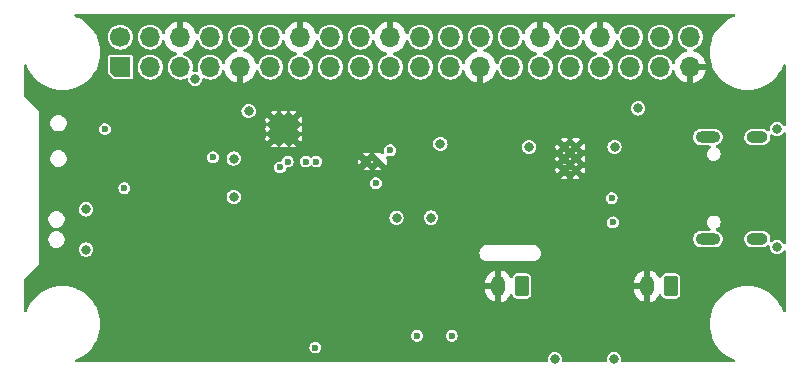
<source format=gbr>
%TF.GenerationSoftware,KiCad,Pcbnew,7.0.6*%
%TF.CreationDate,2023-07-28T15:42:24+03:00*%
%TF.ProjectId,picoups,7069636f-7570-4732-9e6b-696361645f70,1.0*%
%TF.SameCoordinates,Original*%
%TF.FileFunction,Copper,L2,Inr*%
%TF.FilePolarity,Positive*%
%FSLAX46Y46*%
G04 Gerber Fmt 4.6, Leading zero omitted, Abs format (unit mm)*
G04 Created by KiCad (PCBNEW 7.0.6) date 2023-07-28 15:42:24*
%MOMM*%
%LPD*%
G01*
G04 APERTURE LIST*
G04 Aperture macros list*
%AMRoundRect*
0 Rectangle with rounded corners*
0 $1 Rounding radius*
0 $2 $3 $4 $5 $6 $7 $8 $9 X,Y pos of 4 corners*
0 Add a 4 corners polygon primitive as box body*
4,1,4,$2,$3,$4,$5,$6,$7,$8,$9,$2,$3,0*
0 Add four circle primitives for the rounded corners*
1,1,$1+$1,$2,$3*
1,1,$1+$1,$4,$5*
1,1,$1+$1,$6,$7*
1,1,$1+$1,$8,$9*
0 Add four rect primitives between the rounded corners*
20,1,$1+$1,$2,$3,$4,$5,0*
20,1,$1+$1,$4,$5,$6,$7,0*
20,1,$1+$1,$6,$7,$8,$9,0*
20,1,$1+$1,$8,$9,$2,$3,0*%
%AMOutline5P*
0 Free polygon, 5 corners , with rotation*
0 The origin of the aperture is its center*
0 number of corners: always 5*
0 $1 to $10 corner X, Y*
0 $11 Rotation angle, in degrees counterclockwise*
0 create outline with 5 corners*
4,1,5,$1,$2,$3,$4,$5,$6,$7,$8,$9,$10,$1,$2,$11*%
%AMOutline6P*
0 Free polygon, 6 corners , with rotation*
0 The origin of the aperture is its center*
0 number of corners: always 6*
0 $1 to $12 corner X, Y*
0 $13 Rotation angle, in degrees counterclockwise*
0 create outline with 6 corners*
4,1,6,$1,$2,$3,$4,$5,$6,$7,$8,$9,$10,$11,$12,$1,$2,$13*%
%AMOutline7P*
0 Free polygon, 7 corners , with rotation*
0 The origin of the aperture is its center*
0 number of corners: always 7*
0 $1 to $14 corner X, Y*
0 $15 Rotation angle, in degrees counterclockwise*
0 create outline with 7 corners*
4,1,7,$1,$2,$3,$4,$5,$6,$7,$8,$9,$10,$11,$12,$13,$14,$1,$2,$15*%
%AMOutline8P*
0 Free polygon, 8 corners , with rotation*
0 The origin of the aperture is its center*
0 number of corners: always 8*
0 $1 to $16 corner X, Y*
0 $17 Rotation angle, in degrees counterclockwise*
0 create outline with 8 corners*
4,1,8,$1,$2,$3,$4,$5,$6,$7,$8,$9,$10,$11,$12,$13,$14,$15,$16,$1,$2,$17*%
G04 Aperture macros list end*
%TA.AperFunction,ComponentPad*%
%ADD10Outline5P,-0.850000X0.425000X-0.425000X0.850000X0.850000X0.850000X0.850000X-0.850000X-0.850000X-0.850000X90.000000*%
%TD*%
%TA.AperFunction,ComponentPad*%
%ADD11C,1.700000*%
%TD*%
%TA.AperFunction,ComponentPad*%
%ADD12O,1.700000X1.700000*%
%TD*%
%TA.AperFunction,ComponentPad*%
%ADD13C,0.500000*%
%TD*%
%TA.AperFunction,ComponentPad*%
%ADD14RoundRect,0.250000X0.350000X0.625000X-0.350000X0.625000X-0.350000X-0.625000X0.350000X-0.625000X0*%
%TD*%
%TA.AperFunction,ComponentPad*%
%ADD15O,1.200000X1.750000*%
%TD*%
%TA.AperFunction,ComponentPad*%
%ADD16O,1.800000X1.000000*%
%TD*%
%TA.AperFunction,ComponentPad*%
%ADD17O,2.100000X1.000000*%
%TD*%
%TA.AperFunction,ViaPad*%
%ADD18C,0.800000*%
%TD*%
%TA.AperFunction,ViaPad*%
%ADD19C,0.600000*%
%TD*%
G04 APERTURE END LIST*
D10*
%TO.N,3v3*%
%TO.C,J4*%
X99400000Y-96750000D03*
D11*
%TO.N,5V*%
X99400000Y-94210000D03*
D12*
%TO.N,SDA*%
X101940000Y-96750000D03*
%TO.N,5V*%
X101940000Y-94210000D03*
%TO.N,SCL*%
X104480000Y-96750000D03*
%TO.N,GND*%
X104480000Y-94210000D03*
%TO.N,unconnected-(J4-Pin_7-Pad7)*%
X107020000Y-96750000D03*
%TO.N,unconnected-(J4-Pin_8-Pad8)*%
X107020000Y-94210000D03*
%TO.N,GND*%
X109560000Y-96750000D03*
%TO.N,unconnected-(J4-Pin_10-Pad10)*%
X109560000Y-94210000D03*
%TO.N,unconnected-(J4-Pin_11-Pad11)*%
X112100000Y-96750000D03*
%TO.N,unconnected-(J4-Pin_12-Pad12)*%
X112100000Y-94210000D03*
%TO.N,unconnected-(J4-Pin_13-Pad13)*%
X114640000Y-96750000D03*
%TO.N,GND*%
X114640000Y-94210000D03*
%TO.N,unconnected-(J4-Pin_15-Pad15)*%
X117180000Y-96750000D03*
%TO.N,unconnected-(J4-Pin_16-Pad16)*%
X117180000Y-94210000D03*
%TO.N,unconnected-(J4-Pin_17-Pad17)*%
X119720000Y-96750000D03*
%TO.N,unconnected-(J4-Pin_18-Pad18)*%
X119720000Y-94210000D03*
%TO.N,unconnected-(J4-Pin_19-Pad19)*%
X122260000Y-96750000D03*
%TO.N,GND*%
X122260000Y-94210000D03*
%TO.N,unconnected-(J4-Pin_21-Pad21)*%
X124800000Y-96750000D03*
%TO.N,unconnected-(J4-Pin_22-Pad22)*%
X124800000Y-94210000D03*
%TO.N,unconnected-(J4-Pin_23-Pad23)*%
X127340000Y-96750000D03*
%TO.N,unconnected-(J4-Pin_24-Pad24)*%
X127340000Y-94210000D03*
%TO.N,GND*%
X129880000Y-96750000D03*
%TO.N,unconnected-(J4-Pin_26-Pad26)*%
X129880000Y-94210000D03*
%TO.N,unconnected-(J4-Pin_27-Pad27)*%
X132420000Y-96750000D03*
%TO.N,unconnected-(J4-Pin_28-Pad28)*%
X132420000Y-94210000D03*
%TO.N,unconnected-(J4-Pin_29-Pad29)*%
X134960000Y-96750000D03*
%TO.N,GND*%
X134960000Y-94210000D03*
%TO.N,unconnected-(J4-Pin_31-Pad31)*%
X137500000Y-96750000D03*
%TO.N,unconnected-(J4-Pin_32-Pad32)*%
X137500000Y-94210000D03*
%TO.N,unconnected-(J4-Pin_33-Pad33)*%
X140040000Y-96750000D03*
%TO.N,GND*%
X140040000Y-94210000D03*
%TO.N,unconnected-(J4-Pin_35-Pad35)*%
X142580000Y-96750000D03*
%TO.N,unconnected-(J4-Pin_36-Pad36)*%
X142580000Y-94210000D03*
%TO.N,Net-(J4-Pin_37)*%
X145120000Y-96750000D03*
%TO.N,unconnected-(J4-Pin_38-Pad38)*%
X145120000Y-94210000D03*
%TO.N,GND*%
X147660000Y-96750000D03*
%TO.N,unconnected-(J4-Pin_40-Pad40)*%
X147660000Y-94210000D03*
%TD*%
D13*
%TO.N,GND*%
%TO.C,U1*%
X138000000Y-105500000D03*
X138000000Y-104500000D03*
X138000000Y-103500000D03*
X137000000Y-105500000D03*
X137000000Y-104500000D03*
X137000000Y-103500000D03*
%TD*%
%TO.N,GND*%
%TO.C,U5*%
X112450000Y-101200000D03*
X112450000Y-102000000D03*
X112450000Y-102800000D03*
X113250000Y-101200000D03*
X113250000Y-102000000D03*
X113250000Y-102800000D03*
X114050000Y-101200000D03*
X114050000Y-102000000D03*
X114050000Y-102800000D03*
%TD*%
%TO.N,GND*%
%TO.C,U4*%
X121250000Y-104750000D03*
X120250000Y-104750000D03*
%TD*%
D14*
%TO.N,Net-(J1-Pin_1)*%
%TO.C,J1*%
X146000000Y-115300000D03*
D15*
%TO.N,GND*%
X144000000Y-115300000D03*
%TD*%
D16*
%TO.N,unconnected-(J3-SHIELD-PadS1)*%
%TO.C,J3*%
X153325000Y-102680000D03*
D17*
X149145000Y-102680000D03*
D16*
X153325000Y-111320000D03*
D17*
X149145000Y-111320000D03*
%TD*%
D14*
%TO.N,VBAT-*%
%TO.C,J2*%
X133400000Y-115300000D03*
D15*
%TO.N,GND*%
X131400000Y-115300000D03*
%TD*%
D18*
%TO.N,GND*%
X119750000Y-116750000D03*
X111250000Y-116900000D03*
X122150000Y-99149500D03*
D19*
X126874500Y-109000000D03*
D18*
X150000000Y-107000000D03*
X149000000Y-115500000D03*
X128750000Y-116000000D03*
X155000000Y-107000000D03*
X104250000Y-102450000D03*
X120500000Y-114750000D03*
X92000000Y-98500000D03*
X119500000Y-119000000D03*
X151500000Y-107000000D03*
X131400000Y-120500000D03*
X147000000Y-99500000D03*
X109000000Y-99780236D03*
X120250000Y-110500000D03*
X141000000Y-109000000D03*
X151500000Y-109000000D03*
X116500000Y-100000000D03*
X155000000Y-105500000D03*
X118000000Y-120500000D03*
X103000000Y-99500000D03*
X144000000Y-121000000D03*
X92250000Y-115000000D03*
X97500000Y-93000000D03*
X98000000Y-99000000D03*
X137444916Y-101750000D03*
X147500000Y-103250000D03*
X149500000Y-98500000D03*
X105500000Y-117000000D03*
X120250000Y-99149500D03*
X113200000Y-118100000D03*
X155000000Y-110000000D03*
X128750000Y-112750000D03*
X139344916Y-99250000D03*
X128750000Y-113500000D03*
X98000000Y-116000000D03*
X136750000Y-112550000D03*
X155000000Y-104000000D03*
X94000000Y-103000000D03*
X116250000Y-117500000D03*
X147500000Y-110750000D03*
X132000000Y-102000000D03*
X101500000Y-99000000D03*
X151500000Y-105000000D03*
X128750000Y-115250000D03*
X120000000Y-120500000D03*
X128750000Y-116750000D03*
X145900000Y-101750000D03*
X146000000Y-120500000D03*
X97500000Y-121000000D03*
X149500000Y-93000000D03*
X101500000Y-100750000D03*
X143750000Y-105750000D03*
X143750000Y-108750000D03*
X123000000Y-106000000D03*
X133400000Y-121000000D03*
X149000000Y-121000000D03*
X111250000Y-104000000D03*
X111250000Y-100000000D03*
X116750000Y-105550000D03*
X155000000Y-108500000D03*
X116750000Y-103950000D03*
X128500000Y-102000000D03*
X128750000Y-112000000D03*
D19*
%TO.N,VBAT_SOL+*%
X115112500Y-104750000D03*
D18*
X125712500Y-109500000D03*
%TO.N,/Solar Panel Supply/BOOST*%
X134025000Y-103525000D03*
X126500000Y-103250000D03*
D19*
%TO.N,VBAT+*%
X112925000Y-105250000D03*
X124537500Y-119500000D03*
X99750000Y-107000000D03*
X107250000Y-104390000D03*
D18*
%TO.N,5V+*%
X109000000Y-107750000D03*
X110267217Y-100493335D03*
X109000000Y-104500000D03*
%TO.N,Net-(D4-K)*%
X136200000Y-121500000D03*
%TO.N,Net-(D5-K)*%
X141200000Y-121500000D03*
%TO.N,Net-(D6-K)*%
X155000000Y-112000000D03*
%TO.N,Net-(D7-K)*%
X155000000Y-102000000D03*
D19*
%TO.N,VBAT-*%
X113575000Y-104750000D03*
X127462500Y-119500000D03*
D18*
%TO.N,3v3*%
X96500000Y-108800000D03*
%TO.N,SDA*%
X105750000Y-97750000D03*
%TO.N,Net-(JP1-A)*%
X96500000Y-112200000D03*
D19*
%TO.N,/Solar Panel Supply/FAULT*%
X141000000Y-107849500D03*
%TO.N,/Solar Panel Supply/CHRG*%
X141110393Y-109892702D03*
%TO.N,/Status LEDs/USB_CHRG*%
X121043606Y-106584583D03*
%TO.N,/Status LEDs/USB_PWRGD*%
X122250000Y-103800000D03*
%TO.N,Net-(SW1-C)*%
X98087500Y-102000000D03*
X115925000Y-120497372D03*
%TO.N,VBAT_SOL-*%
X116000000Y-104750000D03*
D18*
X122787500Y-109500000D03*
%TO.N,VIN_REG*%
X141250000Y-103500000D03*
X143250000Y-100250000D03*
%TD*%
%TA.AperFunction,Conductor*%
%TO.N,GND*%
G36*
X151426533Y-92269685D02*
G01*
X151472288Y-92322489D01*
X151482232Y-92391647D01*
X151453207Y-92455203D01*
X151406948Y-92488560D01*
X151292703Y-92535881D01*
X151109168Y-92611905D01*
X150794545Y-92785790D01*
X150501377Y-92993805D01*
X150233339Y-93233339D01*
X149993805Y-93501377D01*
X149785790Y-93794545D01*
X149611905Y-94109168D01*
X149496611Y-94387511D01*
X149483219Y-94419844D01*
X149474339Y-94441281D01*
X149374828Y-94786694D01*
X149374826Y-94786703D01*
X149314614Y-95141085D01*
X149314612Y-95141097D01*
X149294457Y-95500000D01*
X149314612Y-95858902D01*
X149314614Y-95858914D01*
X149374826Y-96213296D01*
X149374828Y-96213305D01*
X149473833Y-96556961D01*
X149474341Y-96558724D01*
X149523793Y-96678111D01*
X149611905Y-96890831D01*
X149785790Y-97205454D01*
X149993805Y-97498622D01*
X149993806Y-97498623D01*
X150233339Y-97766661D01*
X150501377Y-98006194D01*
X150794548Y-98214211D01*
X151109167Y-98388094D01*
X151441276Y-98525659D01*
X151786700Y-98625173D01*
X152141093Y-98685387D01*
X152410202Y-98700500D01*
X152410210Y-98700500D01*
X152589790Y-98700500D01*
X152589798Y-98700500D01*
X152858907Y-98685387D01*
X153213300Y-98625173D01*
X153558724Y-98525659D01*
X153890833Y-98388094D01*
X154205452Y-98214211D01*
X154498623Y-98006194D01*
X154766661Y-97766661D01*
X155006194Y-97498623D01*
X155214211Y-97205452D01*
X155388094Y-96890833D01*
X155511439Y-96593052D01*
X155555280Y-96538650D01*
X155621574Y-96516585D01*
X155689274Y-96533864D01*
X155736884Y-96585002D01*
X155750000Y-96640506D01*
X155750000Y-101625697D01*
X155730315Y-101692736D01*
X155677511Y-101738491D01*
X155608353Y-101748435D01*
X155544797Y-101719410D01*
X155527624Y-101701184D01*
X155521142Y-101692736D01*
X155428282Y-101571718D01*
X155302841Y-101475464D01*
X155156762Y-101414956D01*
X155156760Y-101414955D01*
X155000001Y-101394318D01*
X154999999Y-101394318D01*
X154843239Y-101414955D01*
X154843237Y-101414956D01*
X154697160Y-101475463D01*
X154571718Y-101571718D01*
X154475463Y-101697160D01*
X154414956Y-101843237D01*
X154414955Y-101843239D01*
X154394318Y-101999998D01*
X154394318Y-102000001D01*
X154400200Y-102044681D01*
X154389434Y-102113716D01*
X154343054Y-102165972D01*
X154275785Y-102184857D01*
X154208985Y-102164376D01*
X154195037Y-102153684D01*
X154192931Y-102151818D01*
X154052931Y-102055182D01*
X153893874Y-101994860D01*
X153893868Y-101994859D01*
X153767374Y-101979500D01*
X153767372Y-101979500D01*
X152882628Y-101979500D01*
X152882626Y-101979500D01*
X152756131Y-101994859D01*
X152756125Y-101994860D01*
X152597068Y-102055182D01*
X152457072Y-102151816D01*
X152344263Y-102279150D01*
X152265210Y-102429773D01*
X152255763Y-102468102D01*
X152224500Y-102594944D01*
X152224500Y-102765056D01*
X152233112Y-102799996D01*
X152265210Y-102930226D01*
X152344263Y-103080849D01*
X152344266Y-103080852D01*
X152457071Y-103208183D01*
X152547318Y-103270476D01*
X152597068Y-103304817D01*
X152597069Y-103304817D01*
X152597070Y-103304818D01*
X152668884Y-103332053D01*
X152745087Y-103360953D01*
X152756128Y-103365140D01*
X152832028Y-103374356D01*
X152882626Y-103380500D01*
X152882628Y-103380500D01*
X153767374Y-103380500D01*
X153809538Y-103375380D01*
X153893872Y-103365140D01*
X154052930Y-103304818D01*
X154192929Y-103208183D01*
X154305734Y-103080852D01*
X154384790Y-102930225D01*
X154425500Y-102765056D01*
X154425500Y-102594944D01*
X154425348Y-102594327D01*
X154425368Y-102593861D01*
X154424596Y-102587498D01*
X154425653Y-102587369D01*
X154428415Y-102524528D01*
X154468732Y-102467464D01*
X154533500Y-102441256D01*
X154602156Y-102454225D01*
X154621230Y-102466274D01*
X154697157Y-102524535D01*
X154697158Y-102524535D01*
X154697159Y-102524536D01*
X154843238Y-102585044D01*
X154910210Y-102593861D01*
X154999999Y-102605682D01*
X155000000Y-102605682D01*
X155000001Y-102605682D01*
X155081548Y-102594946D01*
X155156762Y-102585044D01*
X155302841Y-102524536D01*
X155428282Y-102428282D01*
X155524536Y-102302841D01*
X155524536Y-102302839D01*
X155527624Y-102298816D01*
X155584052Y-102257613D01*
X155653798Y-102253458D01*
X155714718Y-102287670D01*
X155747471Y-102349387D01*
X155750000Y-102374302D01*
X155750000Y-111625697D01*
X155730315Y-111692736D01*
X155677511Y-111738491D01*
X155608353Y-111748435D01*
X155544797Y-111719410D01*
X155527624Y-111701184D01*
X155521142Y-111692736D01*
X155428282Y-111571718D01*
X155302841Y-111475464D01*
X155156762Y-111414956D01*
X155156760Y-111414955D01*
X155000001Y-111394318D01*
X154999999Y-111394318D01*
X154843239Y-111414955D01*
X154843237Y-111414956D01*
X154697157Y-111475464D01*
X154621230Y-111533725D01*
X154556060Y-111558919D01*
X154487615Y-111544880D01*
X154437626Y-111496066D01*
X154421963Y-111427974D01*
X154425347Y-111405672D01*
X154425500Y-111405056D01*
X154425500Y-111234944D01*
X154384790Y-111069775D01*
X154384789Y-111069773D01*
X154305736Y-110919150D01*
X154286560Y-110897505D01*
X154192929Y-110791817D01*
X154143177Y-110757475D01*
X154052931Y-110695182D01*
X153893874Y-110634860D01*
X153893868Y-110634859D01*
X153767374Y-110619500D01*
X153767372Y-110619500D01*
X152882628Y-110619500D01*
X152882626Y-110619500D01*
X152756131Y-110634859D01*
X152756125Y-110634860D01*
X152597068Y-110695182D01*
X152457072Y-110791816D01*
X152344263Y-110919150D01*
X152265210Y-111069773D01*
X152224500Y-111234944D01*
X152224500Y-111405056D01*
X152226940Y-111414955D01*
X152265210Y-111570226D01*
X152344263Y-111720849D01*
X152344266Y-111720852D01*
X152457071Y-111848183D01*
X152528026Y-111897160D01*
X152597068Y-111944817D01*
X152597069Y-111944817D01*
X152597070Y-111944818D01*
X152698358Y-111983230D01*
X152742574Y-112000000D01*
X152756128Y-112005140D01*
X152832028Y-112014356D01*
X152882626Y-112020500D01*
X152882628Y-112020500D01*
X153767374Y-112020500D01*
X153809538Y-112015380D01*
X153893872Y-112005140D01*
X154052930Y-111944818D01*
X154192929Y-111848183D01*
X154192935Y-111848175D01*
X154195030Y-111846321D01*
X154196899Y-111845441D01*
X154199102Y-111843922D01*
X154199354Y-111844288D01*
X154258262Y-111816597D01*
X154327526Y-111825778D01*
X154380831Y-111870948D01*
X154401253Y-111937766D01*
X154400200Y-111955317D01*
X154394318Y-111999997D01*
X154394318Y-112000001D01*
X154414955Y-112156760D01*
X154414956Y-112156762D01*
X154475464Y-112302841D01*
X154571718Y-112428282D01*
X154697159Y-112524536D01*
X154843238Y-112585044D01*
X154921619Y-112595362D01*
X154999999Y-112605682D01*
X155000000Y-112605682D01*
X155000001Y-112605682D01*
X155052253Y-112598802D01*
X155156762Y-112585044D01*
X155302841Y-112524536D01*
X155428282Y-112428282D01*
X155524536Y-112302841D01*
X155524536Y-112302839D01*
X155527624Y-112298816D01*
X155584052Y-112257613D01*
X155653798Y-112253458D01*
X155714718Y-112287670D01*
X155747471Y-112349387D01*
X155750000Y-112374302D01*
X155750000Y-117359493D01*
X155730315Y-117426532D01*
X155677511Y-117472287D01*
X155608353Y-117482231D01*
X155544797Y-117453206D01*
X155511439Y-117406946D01*
X155388094Y-117109168D01*
X155388094Y-117109167D01*
X155214211Y-116794548D01*
X155110836Y-116648856D01*
X155006194Y-116501377D01*
X154924633Y-116410110D01*
X154766661Y-116233339D01*
X154498623Y-115993806D01*
X154487179Y-115985686D01*
X154205454Y-115785790D01*
X154048142Y-115698847D01*
X153890833Y-115611906D01*
X153862135Y-115600019D01*
X153759467Y-115557492D01*
X153558724Y-115474341D01*
X153558720Y-115474339D01*
X153558718Y-115474339D01*
X153213305Y-115374828D01*
X153213296Y-115374826D01*
X152858914Y-115314614D01*
X152858902Y-115314612D01*
X152693262Y-115305310D01*
X152589798Y-115299500D01*
X152410202Y-115299500D01*
X152311482Y-115305044D01*
X152141097Y-115314612D01*
X152141085Y-115314614D01*
X151786703Y-115374826D01*
X151786694Y-115374828D01*
X151441281Y-115474339D01*
X151109168Y-115611905D01*
X150794545Y-115785790D01*
X150501377Y-115993805D01*
X150233339Y-116233339D01*
X149993805Y-116501377D01*
X149785790Y-116794545D01*
X149611905Y-117109168D01*
X149474339Y-117441281D01*
X149374828Y-117786694D01*
X149374826Y-117786703D01*
X149314614Y-118141085D01*
X149314612Y-118141097D01*
X149294457Y-118500000D01*
X149314612Y-118858902D01*
X149314614Y-118858914D01*
X149374826Y-119213296D01*
X149374828Y-119213305D01*
X149474339Y-119558718D01*
X149474341Y-119558724D01*
X149509024Y-119642456D01*
X149611905Y-119890831D01*
X149785790Y-120205454D01*
X149992918Y-120497372D01*
X149993806Y-120498623D01*
X150233339Y-120766661D01*
X150446694Y-120957326D01*
X150501377Y-121006194D01*
X150770515Y-121197159D01*
X150794548Y-121214211D01*
X151109167Y-121388094D01*
X151406947Y-121511439D01*
X151461350Y-121555280D01*
X151483415Y-121621574D01*
X151466136Y-121689274D01*
X151414998Y-121736884D01*
X151359494Y-121750000D01*
X141914164Y-121750000D01*
X141847125Y-121730315D01*
X141801370Y-121677511D01*
X141791225Y-121609815D01*
X141805682Y-121500001D01*
X141805682Y-121499998D01*
X141785044Y-121343239D01*
X141785044Y-121343238D01*
X141724536Y-121197159D01*
X141628282Y-121071718D01*
X141502841Y-120975464D01*
X141356762Y-120914956D01*
X141356760Y-120914955D01*
X141200001Y-120894318D01*
X141199999Y-120894318D01*
X141043239Y-120914955D01*
X141043237Y-120914956D01*
X140897160Y-120975463D01*
X140771718Y-121071718D01*
X140675463Y-121197160D01*
X140614956Y-121343237D01*
X140614955Y-121343239D01*
X140594318Y-121499998D01*
X140594318Y-121500001D01*
X140608775Y-121609815D01*
X140598009Y-121678850D01*
X140551629Y-121731106D01*
X140485836Y-121750000D01*
X136914164Y-121750000D01*
X136847125Y-121730315D01*
X136801370Y-121677511D01*
X136791225Y-121609815D01*
X136805682Y-121500001D01*
X136805682Y-121499998D01*
X136785044Y-121343239D01*
X136785044Y-121343238D01*
X136724536Y-121197159D01*
X136628282Y-121071718D01*
X136502841Y-120975464D01*
X136356762Y-120914956D01*
X136356760Y-120914955D01*
X136200001Y-120894318D01*
X136199999Y-120894318D01*
X136043239Y-120914955D01*
X136043237Y-120914956D01*
X135897160Y-120975463D01*
X135771718Y-121071718D01*
X135675463Y-121197160D01*
X135614956Y-121343237D01*
X135614955Y-121343239D01*
X135594318Y-121499998D01*
X135594318Y-121500001D01*
X135608775Y-121609815D01*
X135598009Y-121678850D01*
X135551629Y-121731106D01*
X135485836Y-121750000D01*
X95640506Y-121750000D01*
X95573467Y-121730315D01*
X95527712Y-121677511D01*
X95517768Y-121608353D01*
X95546793Y-121544797D01*
X95593051Y-121511439D01*
X95890833Y-121388094D01*
X96205452Y-121214211D01*
X96498623Y-121006194D01*
X96766661Y-120766661D01*
X97006194Y-120498623D01*
X97007082Y-120497371D01*
X115419353Y-120497371D01*
X115439834Y-120639828D01*
X115458579Y-120680872D01*
X115499623Y-120770745D01*
X115593872Y-120879515D01*
X115714947Y-120957325D01*
X115714950Y-120957326D01*
X115714949Y-120957326D01*
X115853036Y-120997871D01*
X115853038Y-120997872D01*
X115853039Y-120997872D01*
X115996962Y-120997872D01*
X115996962Y-120997871D01*
X116135053Y-120957325D01*
X116256128Y-120879515D01*
X116350377Y-120770745D01*
X116410165Y-120639829D01*
X116430647Y-120497372D01*
X116410165Y-120354915D01*
X116350377Y-120223999D01*
X116256128Y-120115229D01*
X116135053Y-120037419D01*
X116135051Y-120037418D01*
X116135049Y-120037417D01*
X116135050Y-120037417D01*
X115996963Y-119996872D01*
X115996961Y-119996872D01*
X115853039Y-119996872D01*
X115853036Y-119996872D01*
X115714949Y-120037417D01*
X115593873Y-120115228D01*
X115499623Y-120223998D01*
X115499622Y-120224000D01*
X115439834Y-120354915D01*
X115419353Y-120497371D01*
X97007082Y-120497371D01*
X97214211Y-120205452D01*
X97388094Y-119890833D01*
X97525659Y-119558724D01*
X97542577Y-119500000D01*
X124031853Y-119500000D01*
X124052334Y-119642456D01*
X124112122Y-119773371D01*
X124112123Y-119773373D01*
X124206372Y-119882143D01*
X124327447Y-119959953D01*
X124327450Y-119959954D01*
X124327449Y-119959954D01*
X124465536Y-120000499D01*
X124465538Y-120000500D01*
X124465539Y-120000500D01*
X124609462Y-120000500D01*
X124609462Y-120000499D01*
X124747553Y-119959953D01*
X124868628Y-119882143D01*
X124962877Y-119773373D01*
X125022665Y-119642457D01*
X125043147Y-119500000D01*
X125043147Y-119499999D01*
X126956853Y-119499999D01*
X126977334Y-119642456D01*
X127037122Y-119773371D01*
X127037123Y-119773373D01*
X127131372Y-119882143D01*
X127252447Y-119959953D01*
X127252450Y-119959954D01*
X127252449Y-119959954D01*
X127390536Y-120000499D01*
X127390538Y-120000500D01*
X127390539Y-120000500D01*
X127534462Y-120000500D01*
X127534462Y-120000499D01*
X127672553Y-119959953D01*
X127793628Y-119882143D01*
X127887877Y-119773373D01*
X127947665Y-119642457D01*
X127968147Y-119500000D01*
X127947665Y-119357543D01*
X127887877Y-119226627D01*
X127793628Y-119117857D01*
X127672553Y-119040047D01*
X127672551Y-119040046D01*
X127672549Y-119040045D01*
X127672550Y-119040045D01*
X127534463Y-118999500D01*
X127534461Y-118999500D01*
X127390539Y-118999500D01*
X127390536Y-118999500D01*
X127252449Y-119040045D01*
X127131373Y-119117856D01*
X127037123Y-119226626D01*
X127037122Y-119226628D01*
X126977334Y-119357543D01*
X126956853Y-119499999D01*
X125043147Y-119499999D01*
X125022665Y-119357543D01*
X124962877Y-119226627D01*
X124868628Y-119117857D01*
X124747553Y-119040047D01*
X124747551Y-119040046D01*
X124747549Y-119040045D01*
X124747550Y-119040045D01*
X124609463Y-118999500D01*
X124609461Y-118999500D01*
X124465539Y-118999500D01*
X124465536Y-118999500D01*
X124327449Y-119040045D01*
X124206373Y-119117856D01*
X124112123Y-119226626D01*
X124112122Y-119226628D01*
X124052334Y-119357543D01*
X124031853Y-119500000D01*
X97542577Y-119500000D01*
X97625173Y-119213300D01*
X97685387Y-118858907D01*
X97705543Y-118500000D01*
X97685387Y-118141093D01*
X97625173Y-117786700D01*
X97525659Y-117441276D01*
X97388094Y-117109167D01*
X97214211Y-116794548D01*
X97110836Y-116648856D01*
X97006194Y-116501377D01*
X96924633Y-116410110D01*
X96766661Y-116233339D01*
X96498623Y-115993806D01*
X96487179Y-115985686D01*
X96205454Y-115785790D01*
X96048142Y-115698847D01*
X95890833Y-115611906D01*
X95862135Y-115600019D01*
X95759467Y-115557492D01*
X95558724Y-115474341D01*
X95558720Y-115474339D01*
X95558718Y-115474339D01*
X95213305Y-115374828D01*
X95213296Y-115374826D01*
X94858914Y-115314614D01*
X94858902Y-115314612D01*
X94693262Y-115305310D01*
X94589798Y-115299500D01*
X94410202Y-115299500D01*
X94311482Y-115305044D01*
X94141097Y-115314612D01*
X94141085Y-115314614D01*
X93786703Y-115374826D01*
X93786694Y-115374828D01*
X93441281Y-115474339D01*
X93109168Y-115611905D01*
X92794545Y-115785790D01*
X92501377Y-115993805D01*
X92233339Y-116233339D01*
X91993805Y-116501377D01*
X91785790Y-116794545D01*
X91611905Y-117109168D01*
X91488561Y-117406946D01*
X91444720Y-117461349D01*
X91378426Y-117483414D01*
X91310726Y-117466135D01*
X91263116Y-117414997D01*
X91250000Y-117359493D01*
X91250000Y-115049999D01*
X130299999Y-115049999D01*
X130300000Y-115050000D01*
X131120440Y-115050000D01*
X131081722Y-115092059D01*
X131031449Y-115206670D01*
X131021114Y-115331395D01*
X131051837Y-115452719D01*
X131115394Y-115550000D01*
X130300000Y-115550000D01*
X130300000Y-115627398D01*
X130314965Y-115784122D01*
X130314966Y-115784126D01*
X130374149Y-115985686D01*
X130470413Y-116172414D01*
X130600268Y-116337537D01*
X130600271Y-116337540D01*
X130759030Y-116475105D01*
X130759041Y-116475114D01*
X130940960Y-116580144D01*
X130940967Y-116580147D01*
X131139477Y-116648853D01*
X131139483Y-116648855D01*
X131149999Y-116650366D01*
X131149999Y-115580617D01*
X131219052Y-115634363D01*
X131337424Y-115675000D01*
X131431073Y-115675000D01*
X131523446Y-115659586D01*
X131633514Y-115600019D01*
X131649999Y-115582110D01*
X131650000Y-116646257D01*
X131761409Y-116619229D01*
X131952507Y-116531959D01*
X132123619Y-116410110D01*
X132123625Y-116410104D01*
X132268592Y-116258067D01*
X132382167Y-116081341D01*
X132390113Y-116061493D01*
X132433303Y-116006571D01*
X132499330Y-115983718D01*
X132567230Y-116000190D01*
X132615446Y-116050757D01*
X132622272Y-116066623D01*
X132647206Y-116137880D01*
X132647207Y-116137882D01*
X132727850Y-116247150D01*
X132837118Y-116327793D01*
X132879845Y-116342744D01*
X132965299Y-116372646D01*
X132995730Y-116375500D01*
X132995734Y-116375500D01*
X133804270Y-116375500D01*
X133834699Y-116372646D01*
X133834701Y-116372646D01*
X133898790Y-116350219D01*
X133962882Y-116327793D01*
X134072150Y-116247150D01*
X134152793Y-116137882D01*
X134183279Y-116050757D01*
X134197646Y-116009701D01*
X134197646Y-116009699D01*
X134199136Y-115993806D01*
X134200500Y-115979266D01*
X134200500Y-115627398D01*
X142900000Y-115627398D01*
X142914965Y-115784122D01*
X142914966Y-115784126D01*
X142974149Y-115985686D01*
X143070413Y-116172414D01*
X143200268Y-116337537D01*
X143200271Y-116337540D01*
X143359030Y-116475105D01*
X143359041Y-116475114D01*
X143540960Y-116580144D01*
X143540967Y-116580147D01*
X143739487Y-116648856D01*
X143750000Y-116650367D01*
X143750000Y-115580617D01*
X143819052Y-115634363D01*
X143937424Y-115675000D01*
X144031073Y-115675000D01*
X144123446Y-115659586D01*
X144233514Y-115600019D01*
X144250000Y-115582110D01*
X144250000Y-116646257D01*
X144361409Y-116619229D01*
X144552507Y-116531959D01*
X144723619Y-116410110D01*
X144723625Y-116410104D01*
X144868592Y-116258067D01*
X144982167Y-116081341D01*
X144990113Y-116061493D01*
X145033303Y-116006571D01*
X145099330Y-115983718D01*
X145167230Y-116000190D01*
X145215446Y-116050757D01*
X145222272Y-116066623D01*
X145247206Y-116137880D01*
X145247207Y-116137882D01*
X145327850Y-116247150D01*
X145437118Y-116327793D01*
X145479845Y-116342744D01*
X145565299Y-116372646D01*
X145595730Y-116375500D01*
X145595734Y-116375500D01*
X146404270Y-116375500D01*
X146434699Y-116372646D01*
X146434701Y-116372646D01*
X146498790Y-116350219D01*
X146562882Y-116327793D01*
X146672150Y-116247150D01*
X146752793Y-116137882D01*
X146783279Y-116050757D01*
X146797646Y-116009701D01*
X146797646Y-116009699D01*
X146800500Y-115979269D01*
X146800500Y-114620730D01*
X146797646Y-114590300D01*
X146797646Y-114590298D01*
X146752793Y-114462119D01*
X146752792Y-114462117D01*
X146672150Y-114352850D01*
X146562882Y-114272207D01*
X146562880Y-114272206D01*
X146434700Y-114227353D01*
X146404270Y-114224500D01*
X146404266Y-114224500D01*
X145595734Y-114224500D01*
X145595730Y-114224500D01*
X145565300Y-114227353D01*
X145565298Y-114227353D01*
X145437119Y-114272206D01*
X145437117Y-114272207D01*
X145327850Y-114352850D01*
X145247207Y-114462117D01*
X145247206Y-114462119D01*
X145221176Y-114536509D01*
X145180454Y-114593285D01*
X145115501Y-114619032D01*
X145046940Y-114605575D01*
X144996537Y-114557188D01*
X144993919Y-114552374D01*
X144929586Y-114427585D01*
X144799731Y-114262462D01*
X144799728Y-114262459D01*
X144640969Y-114124894D01*
X144640958Y-114124885D01*
X144459039Y-114019855D01*
X144459032Y-114019852D01*
X144260516Y-113951144D01*
X144250000Y-113949632D01*
X144250000Y-115019382D01*
X144180948Y-114965637D01*
X144062576Y-114925000D01*
X143968927Y-114925000D01*
X143876554Y-114940414D01*
X143766486Y-114999981D01*
X143750000Y-115017889D01*
X143750000Y-113953740D01*
X143749999Y-113953740D01*
X143638594Y-113980768D01*
X143638582Y-113980772D01*
X143447497Y-114068037D01*
X143447496Y-114068038D01*
X143276380Y-114189889D01*
X143276374Y-114189895D01*
X143131407Y-114341932D01*
X143017833Y-114518657D01*
X142939755Y-114713685D01*
X142900000Y-114919962D01*
X142900000Y-115050000D01*
X143720440Y-115050000D01*
X143681722Y-115092059D01*
X143631449Y-115206670D01*
X143621114Y-115331395D01*
X143651837Y-115452719D01*
X143715394Y-115550000D01*
X142900000Y-115550000D01*
X142900000Y-115627398D01*
X134200500Y-115627398D01*
X134200500Y-114620734D01*
X134197646Y-114590301D01*
X134197646Y-114590300D01*
X134197646Y-114590298D01*
X134152793Y-114462119D01*
X134152792Y-114462117D01*
X134072150Y-114352850D01*
X133962882Y-114272207D01*
X133962880Y-114272206D01*
X133834700Y-114227353D01*
X133804270Y-114224500D01*
X133804266Y-114224500D01*
X132995734Y-114224500D01*
X132995730Y-114224500D01*
X132965300Y-114227353D01*
X132965298Y-114227353D01*
X132837119Y-114272206D01*
X132837117Y-114272207D01*
X132727850Y-114352850D01*
X132647207Y-114462117D01*
X132647206Y-114462119D01*
X132621176Y-114536509D01*
X132580454Y-114593285D01*
X132515501Y-114619032D01*
X132446940Y-114605575D01*
X132396537Y-114557188D01*
X132393919Y-114552374D01*
X132329586Y-114427585D01*
X132199731Y-114262462D01*
X132199728Y-114262459D01*
X132040969Y-114124894D01*
X132040958Y-114124885D01*
X131859039Y-114019855D01*
X131859032Y-114019852D01*
X131660516Y-113951144D01*
X131650000Y-113949632D01*
X131650000Y-115019382D01*
X131580948Y-114965637D01*
X131462576Y-114925000D01*
X131368927Y-114925000D01*
X131276554Y-114940414D01*
X131166486Y-114999981D01*
X131150000Y-115017889D01*
X131150000Y-113953740D01*
X131149999Y-113953740D01*
X131038594Y-113980768D01*
X131038582Y-113980772D01*
X130847497Y-114068037D01*
X130847496Y-114068038D01*
X130676380Y-114189889D01*
X130676374Y-114189895D01*
X130531407Y-114341932D01*
X130417833Y-114518657D01*
X130339755Y-114713685D01*
X130300000Y-114919962D01*
X130299999Y-115049999D01*
X91250000Y-115049999D01*
X91250000Y-114802067D01*
X91269685Y-114735028D01*
X91286311Y-114714395D01*
X92488802Y-113511903D01*
X92500381Y-113500384D01*
X92500381Y-113500383D01*
X92500383Y-113500383D01*
X92500500Y-113500099D01*
X92500500Y-113500098D01*
X92500541Y-113500000D01*
X92500539Y-113499997D01*
X92500584Y-113475664D01*
X92500500Y-113475240D01*
X92500500Y-112200001D01*
X95894318Y-112200001D01*
X95914955Y-112356760D01*
X95914956Y-112356762D01*
X95975464Y-112502841D01*
X96071718Y-112628282D01*
X96197159Y-112724536D01*
X96343238Y-112785044D01*
X96421619Y-112795362D01*
X96499999Y-112805682D01*
X96500000Y-112805682D01*
X96500001Y-112805682D01*
X96552253Y-112798802D01*
X96656762Y-112785044D01*
X96802841Y-112724536D01*
X96928282Y-112628282D01*
X97024536Y-112502841D01*
X97025713Y-112500000D01*
X129800000Y-112500000D01*
X129820340Y-112667519D01*
X129820341Y-112667524D01*
X129880181Y-112825305D01*
X129880181Y-112825306D01*
X129976042Y-112964186D01*
X130102355Y-113076089D01*
X130251777Y-113154511D01*
X130333700Y-113174703D01*
X130415623Y-113194896D01*
X130415624Y-113194896D01*
X130443534Y-113194896D01*
X130460916Y-113200000D01*
X130500000Y-113200000D01*
X134325951Y-113200000D01*
X134330108Y-113197730D01*
X134356466Y-113194896D01*
X134384377Y-113194896D01*
X134438991Y-113181434D01*
X134548223Y-113154511D01*
X134697645Y-113076089D01*
X134823958Y-112964186D01*
X134919819Y-112825306D01*
X134979659Y-112667521D01*
X135000000Y-112500000D01*
X134979659Y-112332479D01*
X134979658Y-112332477D01*
X134979658Y-112332475D01*
X134949690Y-112253458D01*
X134919819Y-112174694D01*
X134823958Y-112035814D01*
X134697645Y-111923911D01*
X134548223Y-111845489D01*
X134548222Y-111845488D01*
X134548221Y-111845488D01*
X134384377Y-111805104D01*
X134384376Y-111805104D01*
X134356466Y-111805104D01*
X134339084Y-111800000D01*
X134300000Y-111800000D01*
X130500000Y-111800000D01*
X130474049Y-111800000D01*
X130469892Y-111802270D01*
X130443534Y-111805104D01*
X130415623Y-111805104D01*
X130251778Y-111845488D01*
X130102356Y-111923910D01*
X129976041Y-112035814D01*
X129880182Y-112174692D01*
X129880181Y-112174693D01*
X129820341Y-112332475D01*
X129820340Y-112332480D01*
X129800000Y-112500000D01*
X97025713Y-112500000D01*
X97085044Y-112356762D01*
X97105682Y-112200000D01*
X97102350Y-112174694D01*
X97085044Y-112043239D01*
X97085044Y-112043238D01*
X97024536Y-111897159D01*
X96928282Y-111771718D01*
X96802841Y-111675464D01*
X96656762Y-111614956D01*
X96656760Y-111614955D01*
X96500001Y-111594318D01*
X96499999Y-111594318D01*
X96343239Y-111614955D01*
X96343237Y-111614956D01*
X96197160Y-111675463D01*
X96071718Y-111771718D01*
X95975463Y-111897160D01*
X95914956Y-112043237D01*
X95914955Y-112043239D01*
X95894318Y-112199998D01*
X95894318Y-112200001D01*
X92500500Y-112200001D01*
X92500500Y-111435055D01*
X93299500Y-111435055D01*
X93340210Y-111600226D01*
X93419263Y-111750849D01*
X93448026Y-111783316D01*
X93532071Y-111878183D01*
X93559564Y-111897160D01*
X93672068Y-111974817D01*
X93672069Y-111974817D01*
X93672070Y-111974818D01*
X93831128Y-112035140D01*
X93897821Y-112043238D01*
X93957626Y-112050500D01*
X93957628Y-112050500D01*
X94042374Y-112050500D01*
X94084538Y-112045380D01*
X94168872Y-112035140D01*
X94327930Y-111974818D01*
X94467929Y-111878183D01*
X94580734Y-111750852D01*
X94596480Y-111720852D01*
X94659789Y-111600226D01*
X94659790Y-111600225D01*
X94700500Y-111435056D01*
X94700500Y-111405056D01*
X147894500Y-111405056D01*
X147896940Y-111414955D01*
X147935210Y-111570226D01*
X148014263Y-111720849D01*
X148014266Y-111720852D01*
X148127071Y-111848183D01*
X148198026Y-111897160D01*
X148267068Y-111944817D01*
X148267069Y-111944817D01*
X148267070Y-111944818D01*
X148368358Y-111983230D01*
X148412574Y-112000000D01*
X148426128Y-112005140D01*
X148502028Y-112014356D01*
X148552626Y-112020500D01*
X148552628Y-112020500D01*
X149737374Y-112020500D01*
X149779538Y-112015380D01*
X149863872Y-112005140D01*
X150022930Y-111944818D01*
X150162929Y-111848183D01*
X150275734Y-111720852D01*
X150354790Y-111570225D01*
X150395500Y-111405056D01*
X150395500Y-111234944D01*
X150354790Y-111069775D01*
X150354789Y-111069773D01*
X150275736Y-110919150D01*
X150256560Y-110897505D01*
X150162929Y-110791817D01*
X150113177Y-110757475D01*
X150022931Y-110695182D01*
X149888248Y-110644104D01*
X149832545Y-110601926D01*
X149808488Y-110536328D01*
X149823715Y-110468138D01*
X149873391Y-110419005D01*
X149884752Y-110413607D01*
X149935233Y-110392698D01*
X150055451Y-110300451D01*
X150147698Y-110180233D01*
X150205687Y-110040236D01*
X150225466Y-109890000D01*
X150205687Y-109739764D01*
X150147698Y-109599767D01*
X150055451Y-109479549D01*
X149935233Y-109387302D01*
X149935229Y-109387300D01*
X149828856Y-109343239D01*
X149795236Y-109329313D01*
X149781171Y-109327461D01*
X149682727Y-109314500D01*
X149682720Y-109314500D01*
X149607280Y-109314500D01*
X149607272Y-109314500D01*
X149494764Y-109329313D01*
X149494763Y-109329313D01*
X149354770Y-109387300D01*
X149354767Y-109387301D01*
X149354767Y-109387302D01*
X149338515Y-109399773D01*
X149234549Y-109479549D01*
X149142300Y-109599770D01*
X149084313Y-109739763D01*
X149084312Y-109739765D01*
X149064534Y-109889999D01*
X149064534Y-109890000D01*
X149084312Y-110040234D01*
X149084313Y-110040236D01*
X149136437Y-110166075D01*
X149142302Y-110180233D01*
X149234549Y-110300451D01*
X149354767Y-110392698D01*
X149354769Y-110392698D01*
X149360536Y-110397124D01*
X149401738Y-110453552D01*
X149405893Y-110523299D01*
X149371680Y-110584219D01*
X149309963Y-110616971D01*
X149285049Y-110619500D01*
X148552626Y-110619500D01*
X148426131Y-110634859D01*
X148426125Y-110634860D01*
X148267068Y-110695182D01*
X148127072Y-110791816D01*
X148014263Y-110919150D01*
X147935210Y-111069773D01*
X147894500Y-111234943D01*
X147894500Y-111234944D01*
X147894500Y-111405056D01*
X94700500Y-111405056D01*
X94700500Y-111264944D01*
X94659790Y-111099775D01*
X94644044Y-111069773D01*
X94580736Y-110949150D01*
X94554156Y-110919148D01*
X94467929Y-110821817D01*
X94418177Y-110787475D01*
X94327931Y-110725182D01*
X94168874Y-110664860D01*
X94168868Y-110664859D01*
X94042374Y-110649500D01*
X94042372Y-110649500D01*
X93957628Y-110649500D01*
X93957626Y-110649500D01*
X93831131Y-110664859D01*
X93831125Y-110664860D01*
X93672068Y-110725182D01*
X93532072Y-110821816D01*
X93419263Y-110949150D01*
X93340210Y-111099773D01*
X93299500Y-111264944D01*
X93299500Y-111435055D01*
X92500500Y-111435055D01*
X92500500Y-109564944D01*
X93299499Y-109564944D01*
X93299500Y-109564944D01*
X93299500Y-109735056D01*
X93300661Y-109739765D01*
X93340210Y-109900226D01*
X93419263Y-110050849D01*
X93419266Y-110050852D01*
X93532071Y-110178183D01*
X93622318Y-110240476D01*
X93672068Y-110274817D01*
X93672069Y-110274817D01*
X93672070Y-110274818D01*
X93831128Y-110335140D01*
X93907028Y-110344356D01*
X93957626Y-110350500D01*
X93957628Y-110350500D01*
X94042374Y-110350500D01*
X94084538Y-110345380D01*
X94168872Y-110335140D01*
X94327930Y-110274818D01*
X94467929Y-110178183D01*
X94580734Y-110050852D01*
X94588971Y-110035159D01*
X94659789Y-109900226D01*
X94659790Y-109900225D01*
X94700500Y-109735056D01*
X94700500Y-109564944D01*
X94684493Y-109500001D01*
X122181818Y-109500001D01*
X122202455Y-109656760D01*
X122202456Y-109656762D01*
X122262964Y-109802841D01*
X122359218Y-109928282D01*
X122484659Y-110024536D01*
X122630738Y-110085044D01*
X122709119Y-110095363D01*
X122787499Y-110105682D01*
X122787500Y-110105682D01*
X122787501Y-110105682D01*
X122839753Y-110098802D01*
X122944262Y-110085044D01*
X123090341Y-110024536D01*
X123215782Y-109928282D01*
X123312036Y-109802841D01*
X123372544Y-109656762D01*
X123393182Y-109500001D01*
X125106818Y-109500001D01*
X125127455Y-109656760D01*
X125127456Y-109656762D01*
X125187964Y-109802841D01*
X125284218Y-109928282D01*
X125409659Y-110024536D01*
X125555738Y-110085044D01*
X125634119Y-110095363D01*
X125712499Y-110105682D01*
X125712500Y-110105682D01*
X125712501Y-110105682D01*
X125764754Y-110098802D01*
X125869262Y-110085044D01*
X126015341Y-110024536D01*
X126140782Y-109928282D01*
X126168084Y-109892701D01*
X140604746Y-109892701D01*
X140625227Y-110035158D01*
X140648010Y-110085044D01*
X140685016Y-110166075D01*
X140779265Y-110274845D01*
X140900340Y-110352655D01*
X140900343Y-110352656D01*
X140900342Y-110352656D01*
X141038429Y-110393201D01*
X141038431Y-110393202D01*
X141038432Y-110393202D01*
X141182355Y-110393202D01*
X141182355Y-110393201D01*
X141320446Y-110352655D01*
X141441521Y-110274845D01*
X141535770Y-110166075D01*
X141595558Y-110035159D01*
X141616040Y-109892702D01*
X141595558Y-109750245D01*
X141535770Y-109619329D01*
X141441521Y-109510559D01*
X141320446Y-109432749D01*
X141320444Y-109432748D01*
X141320442Y-109432747D01*
X141320443Y-109432747D01*
X141182356Y-109392202D01*
X141182354Y-109392202D01*
X141038432Y-109392202D01*
X141038429Y-109392202D01*
X140900342Y-109432747D01*
X140779266Y-109510558D01*
X140685016Y-109619328D01*
X140685015Y-109619330D01*
X140625227Y-109750245D01*
X140604746Y-109892701D01*
X126168084Y-109892701D01*
X126237036Y-109802841D01*
X126297544Y-109656762D01*
X126318182Y-109500000D01*
X126297544Y-109343238D01*
X126237036Y-109197159D01*
X126140782Y-109071718D01*
X126015341Y-108975464D01*
X125989738Y-108964859D01*
X125869262Y-108914956D01*
X125869260Y-108914955D01*
X125712501Y-108894318D01*
X125712499Y-108894318D01*
X125555739Y-108914955D01*
X125555737Y-108914956D01*
X125409660Y-108975463D01*
X125284218Y-109071718D01*
X125187963Y-109197160D01*
X125127456Y-109343237D01*
X125127455Y-109343239D01*
X125106818Y-109499998D01*
X125106818Y-109500001D01*
X123393182Y-109500001D01*
X123393182Y-109500000D01*
X123372544Y-109343238D01*
X123312036Y-109197159D01*
X123215782Y-109071718D01*
X123090341Y-108975464D01*
X123064738Y-108964859D01*
X122944262Y-108914956D01*
X122944260Y-108914955D01*
X122787501Y-108894318D01*
X122787499Y-108894318D01*
X122630739Y-108914955D01*
X122630737Y-108914956D01*
X122484660Y-108975463D01*
X122359218Y-109071718D01*
X122262963Y-109197160D01*
X122202456Y-109343237D01*
X122202455Y-109343239D01*
X122181818Y-109499998D01*
X122181818Y-109500001D01*
X94684493Y-109500001D01*
X94659790Y-109399775D01*
X94653243Y-109387300D01*
X94580736Y-109249150D01*
X94534676Y-109197159D01*
X94467929Y-109121817D01*
X94395349Y-109071718D01*
X94327931Y-109025182D01*
X94168874Y-108964860D01*
X94168868Y-108964859D01*
X94042374Y-108949500D01*
X94042372Y-108949500D01*
X93957628Y-108949500D01*
X93957626Y-108949500D01*
X93831131Y-108964859D01*
X93831125Y-108964860D01*
X93672068Y-109025182D01*
X93532072Y-109121816D01*
X93419263Y-109249150D01*
X93340210Y-109399773D01*
X93299499Y-109564944D01*
X92500500Y-109564944D01*
X92500500Y-108800001D01*
X95894318Y-108800001D01*
X95914955Y-108956760D01*
X95914956Y-108956762D01*
X95943296Y-109025182D01*
X95975464Y-109102841D01*
X96071718Y-109228282D01*
X96197159Y-109324536D01*
X96343238Y-109385044D01*
X96397609Y-109392202D01*
X96499999Y-109405682D01*
X96500000Y-109405682D01*
X96500001Y-109405682D01*
X96552253Y-109398802D01*
X96656762Y-109385044D01*
X96802841Y-109324536D01*
X96928282Y-109228282D01*
X97024536Y-109102841D01*
X97085044Y-108956762D01*
X97105682Y-108800000D01*
X97085044Y-108643238D01*
X97024536Y-108497159D01*
X96928282Y-108371718D01*
X96802841Y-108275464D01*
X96656762Y-108214956D01*
X96656760Y-108214955D01*
X96500001Y-108194318D01*
X96499999Y-108194318D01*
X96343239Y-108214955D01*
X96343237Y-108214956D01*
X96197160Y-108275463D01*
X96071718Y-108371718D01*
X95975463Y-108497160D01*
X95914956Y-108643237D01*
X95914955Y-108643239D01*
X95894318Y-108799998D01*
X95894318Y-108800001D01*
X92500500Y-108800001D01*
X92500500Y-107750001D01*
X108394318Y-107750001D01*
X108414955Y-107906760D01*
X108414956Y-107906762D01*
X108450244Y-107991956D01*
X108475464Y-108052841D01*
X108571718Y-108178282D01*
X108697159Y-108274536D01*
X108843238Y-108335044D01*
X108921619Y-108345362D01*
X108999999Y-108355682D01*
X109000000Y-108355682D01*
X109000001Y-108355682D01*
X109052253Y-108348802D01*
X109156762Y-108335044D01*
X109302841Y-108274536D01*
X109428282Y-108178282D01*
X109524536Y-108052841D01*
X109585044Y-107906762D01*
X109592583Y-107849500D01*
X140494353Y-107849500D01*
X140514834Y-107991956D01*
X140542639Y-108052839D01*
X140574623Y-108122873D01*
X140668872Y-108231643D01*
X140789947Y-108309453D01*
X140789950Y-108309454D01*
X140789949Y-108309454D01*
X140928036Y-108349999D01*
X140928038Y-108350000D01*
X140928039Y-108350000D01*
X141071962Y-108350000D01*
X141071962Y-108349999D01*
X141210053Y-108309453D01*
X141331128Y-108231643D01*
X141425377Y-108122873D01*
X141485165Y-107991957D01*
X141505647Y-107849500D01*
X141485165Y-107707043D01*
X141425377Y-107576127D01*
X141331128Y-107467357D01*
X141210053Y-107389547D01*
X141210051Y-107389546D01*
X141210049Y-107389545D01*
X141210050Y-107389545D01*
X141071963Y-107349000D01*
X141071961Y-107349000D01*
X140928039Y-107349000D01*
X140928036Y-107349000D01*
X140789949Y-107389545D01*
X140668873Y-107467356D01*
X140574623Y-107576126D01*
X140574622Y-107576128D01*
X140514834Y-107707043D01*
X140494353Y-107849500D01*
X109592583Y-107849500D01*
X109605682Y-107750000D01*
X109585044Y-107593238D01*
X109524536Y-107447159D01*
X109428282Y-107321718D01*
X109302841Y-107225464D01*
X109156762Y-107164956D01*
X109156760Y-107164955D01*
X109000001Y-107144318D01*
X108999999Y-107144318D01*
X108843239Y-107164955D01*
X108843237Y-107164956D01*
X108697160Y-107225463D01*
X108571718Y-107321718D01*
X108475463Y-107447160D01*
X108414956Y-107593237D01*
X108414955Y-107593239D01*
X108394318Y-107749998D01*
X108394318Y-107750001D01*
X92500500Y-107750001D01*
X92500500Y-107000000D01*
X99244353Y-107000000D01*
X99264834Y-107142456D01*
X99275110Y-107164956D01*
X99324623Y-107273373D01*
X99418872Y-107382143D01*
X99539947Y-107459953D01*
X99539950Y-107459954D01*
X99539949Y-107459954D01*
X99678036Y-107500499D01*
X99678038Y-107500500D01*
X99678039Y-107500500D01*
X99821962Y-107500500D01*
X99821962Y-107500499D01*
X99960053Y-107459953D01*
X100081128Y-107382143D01*
X100175377Y-107273373D01*
X100235165Y-107142457D01*
X100255647Y-107000000D01*
X100235165Y-106857543D01*
X100175377Y-106726627D01*
X100081128Y-106617857D01*
X100029353Y-106584583D01*
X120537959Y-106584583D01*
X120558440Y-106727039D01*
X120618040Y-106857543D01*
X120618229Y-106857956D01*
X120712478Y-106966726D01*
X120833553Y-107044536D01*
X120833556Y-107044537D01*
X120833555Y-107044537D01*
X120971642Y-107085082D01*
X120971644Y-107085083D01*
X120971645Y-107085083D01*
X121115568Y-107085083D01*
X121115568Y-107085082D01*
X121253659Y-107044536D01*
X121374734Y-106966726D01*
X121468983Y-106857956D01*
X121528771Y-106727040D01*
X121549253Y-106584583D01*
X121528771Y-106442126D01*
X121468983Y-106311210D01*
X121374734Y-106202440D01*
X121340231Y-106180266D01*
X136673285Y-106180266D01*
X136832056Y-106235824D01*
X136999996Y-106254746D01*
X137000004Y-106254746D01*
X137167943Y-106235824D01*
X137326713Y-106180267D01*
X137326714Y-106180266D01*
X137673285Y-106180266D01*
X137832056Y-106235824D01*
X137999996Y-106254746D01*
X138000004Y-106254746D01*
X138167943Y-106235824D01*
X138326713Y-106180267D01*
X138326714Y-106180266D01*
X138000001Y-105853553D01*
X138000000Y-105853553D01*
X137673285Y-106180266D01*
X137326714Y-106180266D01*
X137000001Y-105853553D01*
X137000000Y-105853553D01*
X136673285Y-106180266D01*
X121340231Y-106180266D01*
X121253659Y-106124630D01*
X121253657Y-106124629D01*
X121253655Y-106124628D01*
X121253656Y-106124628D01*
X121115569Y-106084083D01*
X121115567Y-106084083D01*
X120971645Y-106084083D01*
X120971642Y-106084083D01*
X120833555Y-106124628D01*
X120712479Y-106202439D01*
X120618229Y-106311209D01*
X120618228Y-106311211D01*
X120558440Y-106442126D01*
X120537959Y-106584583D01*
X100029353Y-106584583D01*
X99960053Y-106540047D01*
X99960051Y-106540046D01*
X99960049Y-106540045D01*
X99960050Y-106540045D01*
X99821963Y-106499500D01*
X99821961Y-106499500D01*
X99678039Y-106499500D01*
X99678036Y-106499500D01*
X99539949Y-106540045D01*
X99418873Y-106617856D01*
X99324623Y-106726626D01*
X99324622Y-106726628D01*
X99264834Y-106857543D01*
X99244353Y-107000000D01*
X92500500Y-107000000D01*
X92500500Y-105250000D01*
X112419353Y-105250000D01*
X112439834Y-105392456D01*
X112450100Y-105414935D01*
X112499623Y-105523373D01*
X112593872Y-105632143D01*
X112714947Y-105709953D01*
X112714950Y-105709954D01*
X112714949Y-105709954D01*
X112853036Y-105750499D01*
X112853038Y-105750500D01*
X112853039Y-105750500D01*
X112996962Y-105750500D01*
X112996962Y-105750499D01*
X113135053Y-105709953D01*
X113256128Y-105632143D01*
X113350377Y-105523373D01*
X113392898Y-105430266D01*
X119923285Y-105430266D01*
X120082056Y-105485824D01*
X120249996Y-105504746D01*
X120250004Y-105504746D01*
X120417943Y-105485824D01*
X120576713Y-105430267D01*
X120576714Y-105430266D01*
X120923285Y-105430266D01*
X121082056Y-105485824D01*
X121249996Y-105504746D01*
X121250004Y-105504746D01*
X121292100Y-105500003D01*
X136245254Y-105500003D01*
X136264175Y-105667938D01*
X136264176Y-105667943D01*
X136319732Y-105826714D01*
X136613955Y-105532492D01*
X136900000Y-105532492D01*
X136938197Y-105585065D01*
X136984162Y-105600000D01*
X137015838Y-105600000D01*
X137061803Y-105585065D01*
X137100000Y-105532492D01*
X137100000Y-105500000D01*
X137353553Y-105500000D01*
X137500000Y-105646447D01*
X137613955Y-105532492D01*
X137900000Y-105532492D01*
X137938197Y-105585065D01*
X137984162Y-105600000D01*
X138015838Y-105600000D01*
X138061803Y-105585065D01*
X138100000Y-105532492D01*
X138100000Y-105500001D01*
X138353553Y-105500001D01*
X138680266Y-105826714D01*
X138680267Y-105826713D01*
X138735824Y-105667943D01*
X138754746Y-105500003D01*
X138754746Y-105499996D01*
X138735824Y-105332056D01*
X138680266Y-105173285D01*
X138353553Y-105499999D01*
X138353553Y-105500001D01*
X138100000Y-105500001D01*
X138100000Y-105467508D01*
X138061803Y-105414935D01*
X138015838Y-105400000D01*
X137984162Y-105400000D01*
X137938197Y-105414935D01*
X137900000Y-105467508D01*
X137900000Y-105532492D01*
X137613955Y-105532492D01*
X137646447Y-105500000D01*
X137500000Y-105353553D01*
X137353553Y-105500000D01*
X137100000Y-105500000D01*
X137100000Y-105467508D01*
X137061803Y-105414935D01*
X137015838Y-105400000D01*
X136984162Y-105400000D01*
X136938197Y-105414935D01*
X136900000Y-105467508D01*
X136900000Y-105532492D01*
X136613955Y-105532492D01*
X136646447Y-105500000D01*
X136646447Y-105499999D01*
X136319732Y-105173285D01*
X136264176Y-105332053D01*
X136264175Y-105332058D01*
X136245254Y-105499996D01*
X136245254Y-105500003D01*
X121292100Y-105500003D01*
X121417943Y-105485824D01*
X121576713Y-105430267D01*
X121576714Y-105430266D01*
X121250001Y-105103553D01*
X121250000Y-105103553D01*
X120923285Y-105430266D01*
X120576714Y-105430266D01*
X120250001Y-105103553D01*
X120250000Y-105103553D01*
X119923285Y-105430266D01*
X113392898Y-105430266D01*
X113410165Y-105392457D01*
X113415284Y-105356852D01*
X113444309Y-105293298D01*
X113503087Y-105255523D01*
X113538022Y-105250500D01*
X113646962Y-105250500D01*
X113646962Y-105250499D01*
X113785053Y-105209953D01*
X113906128Y-105132143D01*
X114000377Y-105023373D01*
X114060165Y-104892457D01*
X114080647Y-104750000D01*
X114606853Y-104750000D01*
X114609797Y-104770480D01*
X114627334Y-104892456D01*
X114665775Y-104976628D01*
X114687123Y-105023373D01*
X114781372Y-105132143D01*
X114902447Y-105209953D01*
X114902450Y-105209954D01*
X114902449Y-105209954D01*
X115009607Y-105241417D01*
X115038836Y-105250000D01*
X115040536Y-105250499D01*
X115040538Y-105250500D01*
X115040539Y-105250500D01*
X115184462Y-105250500D01*
X115184462Y-105250499D01*
X115322553Y-105209953D01*
X115443628Y-105132143D01*
X115462537Y-105110319D01*
X115521313Y-105072546D01*
X115591183Y-105072544D01*
X115649960Y-105110317D01*
X115668872Y-105132143D01*
X115789947Y-105209953D01*
X115789950Y-105209954D01*
X115789949Y-105209954D01*
X115897107Y-105241417D01*
X115926336Y-105250000D01*
X115928036Y-105250499D01*
X115928038Y-105250500D01*
X115928039Y-105250500D01*
X116071962Y-105250500D01*
X116071962Y-105250499D01*
X116210053Y-105209953D01*
X116331128Y-105132143D01*
X116425377Y-105023373D01*
X116485165Y-104892457D01*
X116505647Y-104750003D01*
X119495254Y-104750003D01*
X119514175Y-104917938D01*
X119514176Y-104917943D01*
X119569732Y-105076714D01*
X119863955Y-104782492D01*
X120150000Y-104782492D01*
X120188197Y-104835065D01*
X120234162Y-104850000D01*
X120265838Y-104850000D01*
X120311803Y-104835065D01*
X120350000Y-104782492D01*
X120350000Y-104749999D01*
X120603553Y-104749999D01*
X120750000Y-104896446D01*
X120863954Y-104782492D01*
X121150000Y-104782492D01*
X121188197Y-104835065D01*
X121234162Y-104850000D01*
X121265838Y-104850000D01*
X121311803Y-104835065D01*
X121350000Y-104782492D01*
X121350000Y-104717508D01*
X121311803Y-104664935D01*
X121265838Y-104650000D01*
X121234162Y-104650000D01*
X121188197Y-104664935D01*
X121150000Y-104717508D01*
X121150000Y-104782492D01*
X120863954Y-104782492D01*
X120896445Y-104750001D01*
X120896445Y-104750000D01*
X120750000Y-104603553D01*
X120603553Y-104749999D01*
X120350000Y-104749999D01*
X120350000Y-104717508D01*
X120311803Y-104664935D01*
X120265838Y-104650000D01*
X120234162Y-104650000D01*
X120188197Y-104664935D01*
X120150000Y-104717508D01*
X120150000Y-104782492D01*
X119863955Y-104782492D01*
X119896447Y-104750000D01*
X119569732Y-104423285D01*
X119514176Y-104582053D01*
X119514175Y-104582058D01*
X119495254Y-104749996D01*
X119495254Y-104750003D01*
X116505647Y-104750003D01*
X116505647Y-104750000D01*
X116485165Y-104607543D01*
X116425377Y-104476627D01*
X116331128Y-104367857D01*
X116210053Y-104290047D01*
X116210051Y-104290046D01*
X116210049Y-104290045D01*
X116210050Y-104290045D01*
X116071963Y-104249500D01*
X116071961Y-104249500D01*
X115928039Y-104249500D01*
X115928036Y-104249500D01*
X115789949Y-104290045D01*
X115668873Y-104367856D01*
X115668872Y-104367856D01*
X115668872Y-104367857D01*
X115649961Y-104389680D01*
X115591185Y-104427454D01*
X115521315Y-104427454D01*
X115462538Y-104389680D01*
X115443628Y-104367857D01*
X115322553Y-104290047D01*
X115322551Y-104290046D01*
X115322549Y-104290045D01*
X115322550Y-104290045D01*
X115184463Y-104249500D01*
X115184461Y-104249500D01*
X115040539Y-104249500D01*
X115040536Y-104249500D01*
X114902449Y-104290045D01*
X114781373Y-104367856D01*
X114687123Y-104476626D01*
X114687122Y-104476628D01*
X114627334Y-104607543D01*
X114606853Y-104749999D01*
X114606853Y-104750000D01*
X114080647Y-104750000D01*
X114060165Y-104607543D01*
X114000377Y-104476627D01*
X113906128Y-104367857D01*
X113785053Y-104290047D01*
X113785051Y-104290046D01*
X113785049Y-104290045D01*
X113785050Y-104290045D01*
X113646963Y-104249500D01*
X113646961Y-104249500D01*
X113503039Y-104249500D01*
X113503036Y-104249500D01*
X113364949Y-104290045D01*
X113243873Y-104367856D01*
X113149623Y-104476626D01*
X113149622Y-104476628D01*
X113089834Y-104607543D01*
X113084716Y-104643147D01*
X113055691Y-104706702D01*
X112996913Y-104744477D01*
X112961978Y-104749500D01*
X112853036Y-104749500D01*
X112714949Y-104790045D01*
X112593873Y-104867856D01*
X112499623Y-104976626D01*
X112499622Y-104976628D01*
X112439834Y-105107543D01*
X112419353Y-105250000D01*
X92500500Y-105250000D01*
X92500500Y-104585056D01*
X93469500Y-104585056D01*
X93476313Y-104612698D01*
X93510210Y-104750226D01*
X93589263Y-104900849D01*
X93589266Y-104900852D01*
X93702071Y-105028183D01*
X93772380Y-105076714D01*
X93842068Y-105124817D01*
X93842069Y-105124817D01*
X93842070Y-105124818D01*
X93861385Y-105132143D01*
X93969868Y-105173285D01*
X94001128Y-105185140D01*
X94077028Y-105194356D01*
X94127626Y-105200500D01*
X94127628Y-105200500D01*
X94212374Y-105200500D01*
X94254538Y-105195380D01*
X94338872Y-105185140D01*
X94497930Y-105124818D01*
X94637929Y-105028183D01*
X94750734Y-104900852D01*
X94753047Y-104896446D01*
X94802176Y-104802839D01*
X94829790Y-104750225D01*
X94870500Y-104585056D01*
X94870500Y-104414944D01*
X94864352Y-104390000D01*
X106744353Y-104390000D01*
X106764834Y-104532456D01*
X106815386Y-104643147D01*
X106824623Y-104663373D01*
X106918872Y-104772143D01*
X107039947Y-104849953D01*
X107039950Y-104849954D01*
X107039949Y-104849954D01*
X107178036Y-104890499D01*
X107178038Y-104890500D01*
X107178039Y-104890500D01*
X107321962Y-104890500D01*
X107321962Y-104890499D01*
X107429121Y-104859035D01*
X107460050Y-104849954D01*
X107460050Y-104849953D01*
X107460053Y-104849953D01*
X107581128Y-104772143D01*
X107675377Y-104663373D01*
X107735165Y-104532457D01*
X107739831Y-104500001D01*
X108394318Y-104500001D01*
X108414955Y-104656760D01*
X108414956Y-104656762D01*
X108470164Y-104790047D01*
X108475464Y-104802841D01*
X108571718Y-104928282D01*
X108697159Y-105024536D01*
X108843238Y-105085044D01*
X108921619Y-105095362D01*
X108999999Y-105105682D01*
X109000000Y-105105682D01*
X109000001Y-105105682D01*
X109052253Y-105098802D01*
X109156762Y-105085044D01*
X109302841Y-105024536D01*
X109428282Y-104928282D01*
X109524536Y-104802841D01*
X109585044Y-104656762D01*
X109605682Y-104500000D01*
X109605681Y-104499996D01*
X109585044Y-104343239D01*
X109585044Y-104343238D01*
X109524536Y-104197159D01*
X109428282Y-104071718D01*
X109425694Y-104069732D01*
X119923285Y-104069732D01*
X120250000Y-104396447D01*
X120250001Y-104396447D01*
X120576714Y-104069732D01*
X120923285Y-104069732D01*
X121930266Y-105076713D01*
X121930267Y-105076713D01*
X121957111Y-105000000D01*
X136853553Y-105000000D01*
X137000000Y-105146446D01*
X137146446Y-105000000D01*
X137853553Y-105000000D01*
X138000000Y-105146447D01*
X138146447Y-105000000D01*
X138146447Y-104999999D01*
X138000000Y-104853553D01*
X137853553Y-105000000D01*
X137146446Y-105000000D01*
X137146447Y-104999999D01*
X137000000Y-104853553D01*
X136853553Y-105000000D01*
X121957111Y-105000000D01*
X121985824Y-104917943D01*
X122004746Y-104750003D01*
X122004746Y-104749996D01*
X121985824Y-104582058D01*
X121985823Y-104582053D01*
X121957112Y-104500003D01*
X136245254Y-104500003D01*
X136264175Y-104667938D01*
X136264176Y-104667943D01*
X136319732Y-104826714D01*
X136613955Y-104532492D01*
X136900000Y-104532492D01*
X136938197Y-104585065D01*
X136984162Y-104600000D01*
X137015838Y-104600000D01*
X137061803Y-104585065D01*
X137100000Y-104532492D01*
X137100000Y-104500000D01*
X137353553Y-104500000D01*
X137500000Y-104646447D01*
X137613955Y-104532492D01*
X137900000Y-104532492D01*
X137938197Y-104585065D01*
X137984162Y-104600000D01*
X138015838Y-104600000D01*
X138061803Y-104585065D01*
X138100000Y-104532492D01*
X138100000Y-104500001D01*
X138353553Y-104500001D01*
X138680266Y-104826714D01*
X138680267Y-104826713D01*
X138735824Y-104667943D01*
X138754746Y-104500003D01*
X138754746Y-104499996D01*
X138735824Y-104332056D01*
X138680266Y-104173285D01*
X138353553Y-104499999D01*
X138353553Y-104500001D01*
X138100000Y-104500001D01*
X138100000Y-104467508D01*
X138061803Y-104414935D01*
X138015838Y-104400000D01*
X137984162Y-104400000D01*
X137938197Y-104414935D01*
X137900000Y-104467508D01*
X137900000Y-104532492D01*
X137613955Y-104532492D01*
X137646447Y-104500000D01*
X137500000Y-104353553D01*
X137353553Y-104500000D01*
X137100000Y-104500000D01*
X137100000Y-104467508D01*
X137061803Y-104414935D01*
X137015838Y-104400000D01*
X136984162Y-104400000D01*
X136938197Y-104414935D01*
X136900000Y-104467508D01*
X136900000Y-104532492D01*
X136613955Y-104532492D01*
X136646447Y-104500000D01*
X136646447Y-104499999D01*
X136319732Y-104173285D01*
X136264176Y-104332053D01*
X136264175Y-104332058D01*
X136245254Y-104499996D01*
X136245254Y-104500003D01*
X121957112Y-104500003D01*
X121933785Y-104433337D01*
X121930224Y-104363558D01*
X121964953Y-104302930D01*
X122026946Y-104270703D01*
X122085760Y-104273404D01*
X122135408Y-104287982D01*
X122178038Y-104300500D01*
X122178039Y-104300500D01*
X122321962Y-104300500D01*
X122321962Y-104300499D01*
X122429121Y-104269035D01*
X122460050Y-104259954D01*
X122460050Y-104259953D01*
X122460053Y-104259953D01*
X122581128Y-104182143D01*
X122675377Y-104073373D01*
X122735165Y-103942457D01*
X122755647Y-103800000D01*
X122735165Y-103657543D01*
X122675377Y-103526627D01*
X122581128Y-103417857D01*
X122460053Y-103340047D01*
X122460051Y-103340046D01*
X122460049Y-103340045D01*
X122460050Y-103340045D01*
X122321963Y-103299500D01*
X122321961Y-103299500D01*
X122178039Y-103299500D01*
X122178036Y-103299500D01*
X122039949Y-103340045D01*
X121918873Y-103417856D01*
X121824623Y-103526626D01*
X121824622Y-103526628D01*
X121764834Y-103657543D01*
X121744353Y-103800000D01*
X121765475Y-103946911D01*
X121755531Y-104016070D01*
X121709776Y-104068874D01*
X121642736Y-104088558D01*
X121584359Y-104071741D01*
X121583745Y-104073017D01*
X121577477Y-104069998D01*
X121417949Y-104014177D01*
X121417941Y-104014175D01*
X121250004Y-103995254D01*
X121249996Y-103995254D01*
X121082058Y-104014175D01*
X121082053Y-104014176D01*
X120923285Y-104069732D01*
X120576714Y-104069732D01*
X120417943Y-104014176D01*
X120417938Y-104014175D01*
X120250004Y-103995254D01*
X120249996Y-103995254D01*
X120082058Y-104014175D01*
X120082053Y-104014176D01*
X119923285Y-104069732D01*
X109425694Y-104069732D01*
X109302841Y-103975464D01*
X109294036Y-103971817D01*
X109156762Y-103914956D01*
X109156760Y-103914955D01*
X109000001Y-103894318D01*
X108999999Y-103894318D01*
X108843239Y-103914955D01*
X108843237Y-103914956D01*
X108697160Y-103975463D01*
X108571718Y-104071718D01*
X108475463Y-104197160D01*
X108414956Y-104343237D01*
X108414955Y-104343239D01*
X108394318Y-104499998D01*
X108394318Y-104500001D01*
X107739831Y-104500001D01*
X107755647Y-104390000D01*
X107735165Y-104247543D01*
X107675377Y-104116627D01*
X107581128Y-104007857D01*
X107460053Y-103930047D01*
X107460051Y-103930046D01*
X107460049Y-103930045D01*
X107460050Y-103930045D01*
X107321963Y-103889500D01*
X107321961Y-103889500D01*
X107178039Y-103889500D01*
X107178036Y-103889500D01*
X107039949Y-103930045D01*
X106918873Y-104007856D01*
X106918872Y-104007856D01*
X106918872Y-104007857D01*
X106906290Y-104022376D01*
X106824623Y-104116626D01*
X106824622Y-104116628D01*
X106764834Y-104247543D01*
X106744353Y-104390000D01*
X94864352Y-104390000D01*
X94829790Y-104249775D01*
X94828619Y-104247543D01*
X94750736Y-104099150D01*
X94723914Y-104068874D01*
X94637929Y-103971817D01*
X94574857Y-103928281D01*
X94497931Y-103875182D01*
X94338874Y-103814860D01*
X94338868Y-103814859D01*
X94212374Y-103799500D01*
X94212372Y-103799500D01*
X94127628Y-103799500D01*
X94127626Y-103799500D01*
X94001131Y-103814859D01*
X94001125Y-103814860D01*
X93842068Y-103875182D01*
X93702072Y-103971816D01*
X93589263Y-104099150D01*
X93510210Y-104249773D01*
X93489930Y-104332056D01*
X93469500Y-104414944D01*
X93469500Y-104585056D01*
X92500500Y-104585056D01*
X92500500Y-103480266D01*
X112123285Y-103480266D01*
X112282056Y-103535824D01*
X112449996Y-103554746D01*
X112450004Y-103554746D01*
X112617941Y-103535824D01*
X112781896Y-103478452D01*
X112780746Y-103477713D01*
X112915990Y-103477713D01*
X113082056Y-103535824D01*
X113249996Y-103554746D01*
X113250004Y-103554746D01*
X113417941Y-103535824D01*
X113581896Y-103478452D01*
X113580746Y-103477713D01*
X113715990Y-103477713D01*
X113882056Y-103535824D01*
X114049996Y-103554746D01*
X114050004Y-103554746D01*
X114217943Y-103535824D01*
X114376713Y-103480267D01*
X114376714Y-103480266D01*
X114146449Y-103250001D01*
X125894318Y-103250001D01*
X125914955Y-103406760D01*
X125914956Y-103406762D01*
X125974002Y-103549313D01*
X125975464Y-103552841D01*
X126071718Y-103678282D01*
X126197159Y-103774536D01*
X126343238Y-103835044D01*
X126421619Y-103845363D01*
X126499999Y-103855682D01*
X126500000Y-103855682D01*
X126500001Y-103855682D01*
X126552254Y-103848802D01*
X126656762Y-103835044D01*
X126802841Y-103774536D01*
X126928282Y-103678282D01*
X127024536Y-103552841D01*
X127036068Y-103525001D01*
X133419318Y-103525001D01*
X133439955Y-103681760D01*
X133439956Y-103681762D01*
X133497119Y-103819767D01*
X133500464Y-103827841D01*
X133596718Y-103953282D01*
X133722159Y-104049536D01*
X133868238Y-104110044D01*
X133918234Y-104116626D01*
X134024999Y-104130682D01*
X134025000Y-104130682D01*
X134025001Y-104130682D01*
X134077253Y-104123802D01*
X134181762Y-104110044D01*
X134327841Y-104049536D01*
X134392398Y-104000000D01*
X136853553Y-104000000D01*
X137000000Y-104146447D01*
X137146447Y-104000000D01*
X137853552Y-104000000D01*
X138000000Y-104146447D01*
X138146447Y-104000000D01*
X138146447Y-103999999D01*
X138000001Y-103853553D01*
X137853552Y-104000000D01*
X137146447Y-104000000D01*
X137000000Y-103853553D01*
X136853553Y-103999999D01*
X136853553Y-104000000D01*
X134392398Y-104000000D01*
X134453282Y-103953282D01*
X134549536Y-103827841D01*
X134610044Y-103681762D01*
X134627481Y-103549313D01*
X134630682Y-103525001D01*
X134630682Y-103524998D01*
X134627391Y-103500003D01*
X136245254Y-103500003D01*
X136264175Y-103667938D01*
X136264176Y-103667943D01*
X136319732Y-103826713D01*
X136319732Y-103826714D01*
X136613953Y-103532492D01*
X136900000Y-103532492D01*
X136938197Y-103585065D01*
X136984162Y-103600000D01*
X137015838Y-103600000D01*
X137061803Y-103585065D01*
X137100000Y-103532492D01*
X137100000Y-103499999D01*
X137353552Y-103499999D01*
X137500000Y-103646447D01*
X137613954Y-103532492D01*
X137900000Y-103532492D01*
X137938197Y-103585065D01*
X137984162Y-103600000D01*
X138015838Y-103600000D01*
X138061803Y-103585065D01*
X138100000Y-103532492D01*
X138100000Y-103499999D01*
X138353553Y-103499999D01*
X138680266Y-103826714D01*
X138680267Y-103826714D01*
X138735824Y-103667943D01*
X138754746Y-103500003D01*
X138754746Y-103500001D01*
X140644318Y-103500001D01*
X140664955Y-103656760D01*
X140664956Y-103656762D01*
X140675310Y-103681760D01*
X140725464Y-103802841D01*
X140821718Y-103928282D01*
X140947159Y-104024536D01*
X141093238Y-104085044D01*
X141119930Y-104088558D01*
X141249999Y-104105682D01*
X141250000Y-104105682D01*
X141250001Y-104105682D01*
X141302253Y-104098802D01*
X141406762Y-104085044D01*
X141552841Y-104024536D01*
X141678282Y-103928282D01*
X141774536Y-103802841D01*
X141835044Y-103656762D01*
X141855682Y-103500000D01*
X141855681Y-103499996D01*
X141835044Y-103343239D01*
X141835044Y-103343238D01*
X141774536Y-103197159D01*
X141678282Y-103071718D01*
X141552841Y-102975464D01*
X141406762Y-102914956D01*
X141406760Y-102914955D01*
X141250001Y-102894318D01*
X141249999Y-102894318D01*
X141093239Y-102914955D01*
X141093237Y-102914956D01*
X140947160Y-102975463D01*
X140821718Y-103071718D01*
X140725463Y-103197160D01*
X140664956Y-103343237D01*
X140664955Y-103343239D01*
X140644318Y-103499998D01*
X140644318Y-103500001D01*
X138754746Y-103500001D01*
X138754746Y-103499996D01*
X138735824Y-103332056D01*
X138680266Y-103173285D01*
X138680266Y-103173284D01*
X138353553Y-103499997D01*
X138353553Y-103499999D01*
X138100000Y-103499999D01*
X138100000Y-103467508D01*
X138061803Y-103414935D01*
X138015838Y-103400000D01*
X137984162Y-103400000D01*
X137938197Y-103414935D01*
X137900000Y-103467508D01*
X137900000Y-103532492D01*
X137613954Y-103532492D01*
X137646447Y-103499999D01*
X137500001Y-103353553D01*
X137353552Y-103499999D01*
X137100000Y-103499999D01*
X137100000Y-103467508D01*
X137061803Y-103414935D01*
X137015838Y-103400000D01*
X136984162Y-103400000D01*
X136938197Y-103414935D01*
X136900000Y-103467508D01*
X136900000Y-103532492D01*
X136613953Y-103532492D01*
X136646446Y-103499999D01*
X136646446Y-103499998D01*
X136319732Y-103173285D01*
X136264176Y-103332053D01*
X136264175Y-103332058D01*
X136245254Y-103499996D01*
X136245254Y-103500003D01*
X134627391Y-103500003D01*
X134614250Y-103400185D01*
X134610044Y-103368238D01*
X134549536Y-103222159D01*
X134453282Y-103096718D01*
X134327841Y-103000464D01*
X134267483Y-102975463D01*
X134181762Y-102939956D01*
X134181760Y-102939955D01*
X134025001Y-102919318D01*
X134024999Y-102919318D01*
X133868239Y-102939955D01*
X133868237Y-102939956D01*
X133722160Y-103000463D01*
X133596718Y-103096718D01*
X133500463Y-103222160D01*
X133439956Y-103368237D01*
X133439955Y-103368239D01*
X133419318Y-103524998D01*
X133419318Y-103525001D01*
X127036068Y-103525001D01*
X127085044Y-103406762D01*
X127105682Y-103250000D01*
X127098725Y-103197159D01*
X127085044Y-103093239D01*
X127085044Y-103093238D01*
X127024536Y-102947159D01*
X126928282Y-102821718D01*
X126925694Y-102819732D01*
X136673284Y-102819732D01*
X136999998Y-103146447D01*
X136999999Y-103146447D01*
X137326714Y-102819732D01*
X137673285Y-102819732D01*
X138000000Y-103146447D01*
X138000001Y-103146447D01*
X138326714Y-102819732D01*
X138170458Y-102765056D01*
X147894500Y-102765056D01*
X147903112Y-102799996D01*
X147935210Y-102930226D01*
X148014263Y-103080849D01*
X148014266Y-103080852D01*
X148127071Y-103208183D01*
X148217318Y-103270476D01*
X148267068Y-103304817D01*
X148267069Y-103304817D01*
X148267070Y-103304818D01*
X148338884Y-103332053D01*
X148415087Y-103360953D01*
X148426128Y-103365140D01*
X148502028Y-103374356D01*
X148552626Y-103380500D01*
X149285049Y-103380500D01*
X149352088Y-103400185D01*
X149397843Y-103452989D01*
X149407787Y-103522147D01*
X149378762Y-103585703D01*
X149360536Y-103602876D01*
X149354768Y-103607301D01*
X149354767Y-103607302D01*
X149234549Y-103699549D01*
X149146068Y-103814860D01*
X149142300Y-103819770D01*
X149084313Y-103959763D01*
X149084312Y-103959765D01*
X149064534Y-104109999D01*
X149064534Y-104110000D01*
X149084312Y-104260234D01*
X149084313Y-104260236D01*
X149140733Y-104396447D01*
X149142302Y-104400233D01*
X149234549Y-104520451D01*
X149354767Y-104612698D01*
X149494764Y-104670687D01*
X149607280Y-104685500D01*
X149607287Y-104685500D01*
X149682713Y-104685500D01*
X149682720Y-104685500D01*
X149795236Y-104670687D01*
X149935233Y-104612698D01*
X150055451Y-104520451D01*
X150147698Y-104400233D01*
X150205687Y-104260236D01*
X150225466Y-104110000D01*
X150222180Y-104085044D01*
X150205687Y-103959765D01*
X150205687Y-103959764D01*
X150147698Y-103819767D01*
X150055451Y-103699549D01*
X149935233Y-103607302D01*
X149935230Y-103607301D01*
X149935228Y-103607299D01*
X149884767Y-103586398D01*
X149830363Y-103542558D01*
X149808298Y-103476264D01*
X149825577Y-103408564D01*
X149876714Y-103360953D01*
X149888249Y-103355895D01*
X150022930Y-103304818D01*
X150162929Y-103208183D01*
X150275734Y-103080852D01*
X150354790Y-102930225D01*
X150395500Y-102765056D01*
X150395500Y-102594944D01*
X150354790Y-102429775D01*
X150329791Y-102382143D01*
X150275736Y-102279150D01*
X150192450Y-102185140D01*
X150162929Y-102151817D01*
X150066223Y-102085065D01*
X150022931Y-102055182D01*
X149863874Y-101994860D01*
X149863868Y-101994859D01*
X149737374Y-101979500D01*
X149737372Y-101979500D01*
X148552628Y-101979500D01*
X148552626Y-101979500D01*
X148426131Y-101994859D01*
X148426125Y-101994860D01*
X148267068Y-102055182D01*
X148127072Y-102151816D01*
X148014263Y-102279150D01*
X147935210Y-102429773D01*
X147925763Y-102468102D01*
X147894500Y-102594944D01*
X147894500Y-102765056D01*
X138170458Y-102765056D01*
X138167943Y-102764176D01*
X138167938Y-102764175D01*
X138000004Y-102745254D01*
X137999996Y-102745254D01*
X137832058Y-102764175D01*
X137832053Y-102764176D01*
X137673285Y-102819732D01*
X137326714Y-102819732D01*
X137167943Y-102764176D01*
X137167938Y-102764175D01*
X137000004Y-102745254D01*
X136999996Y-102745254D01*
X136832058Y-102764175D01*
X136832053Y-102764176D01*
X136673284Y-102819732D01*
X126925694Y-102819732D01*
X126802841Y-102725464D01*
X126656762Y-102664956D01*
X126656760Y-102664955D01*
X126500001Y-102644318D01*
X126499999Y-102644318D01*
X126343239Y-102664955D01*
X126343237Y-102664956D01*
X126197160Y-102725463D01*
X126071718Y-102821718D01*
X125975463Y-102947160D01*
X125914956Y-103093237D01*
X125914955Y-103093239D01*
X125894318Y-103249998D01*
X125894318Y-103250001D01*
X114146449Y-103250001D01*
X114050001Y-103153553D01*
X113737680Y-103465871D01*
X113715990Y-103477713D01*
X113580746Y-103477713D01*
X113562318Y-103465870D01*
X113250001Y-103153553D01*
X112937680Y-103465871D01*
X112915990Y-103477713D01*
X112780746Y-103477713D01*
X112762318Y-103465870D01*
X112450001Y-103153553D01*
X112450000Y-103153553D01*
X112123285Y-103480266D01*
X92500500Y-103480266D01*
X92500500Y-102800003D01*
X111695254Y-102800003D01*
X111714175Y-102967938D01*
X111714176Y-102967943D01*
X111769732Y-103126713D01*
X111769732Y-103126714D01*
X112063955Y-102832492D01*
X112350000Y-102832492D01*
X112388197Y-102885065D01*
X112434162Y-102900000D01*
X112465838Y-102900000D01*
X112511803Y-102885065D01*
X112550000Y-102832492D01*
X112550000Y-102800000D01*
X112803552Y-102800000D01*
X112849999Y-102846446D01*
X112863954Y-102832492D01*
X113150000Y-102832492D01*
X113188197Y-102885065D01*
X113234162Y-102900000D01*
X113265838Y-102900000D01*
X113311803Y-102885065D01*
X113350000Y-102832492D01*
X113350000Y-102800000D01*
X113603552Y-102800000D01*
X113650000Y-102846447D01*
X113663955Y-102832492D01*
X113950000Y-102832492D01*
X113988197Y-102885065D01*
X114034162Y-102900000D01*
X114065838Y-102900000D01*
X114111803Y-102885065D01*
X114150000Y-102832492D01*
X114150000Y-102800001D01*
X114403553Y-102800001D01*
X114730266Y-103126714D01*
X114730267Y-103126713D01*
X114785824Y-102967943D01*
X114804746Y-102800003D01*
X114804746Y-102799996D01*
X114785824Y-102632056D01*
X114728452Y-102468102D01*
X114715871Y-102487680D01*
X114403553Y-102800000D01*
X114403553Y-102800001D01*
X114150000Y-102800001D01*
X114150000Y-102767508D01*
X114111803Y-102714935D01*
X114065838Y-102700000D01*
X114034162Y-102700000D01*
X113988197Y-102714935D01*
X113950000Y-102767508D01*
X113950000Y-102832492D01*
X113663955Y-102832492D01*
X113696447Y-102800000D01*
X113650000Y-102753553D01*
X113603552Y-102800000D01*
X113350000Y-102800000D01*
X113350000Y-102767508D01*
X113311803Y-102714935D01*
X113265838Y-102700000D01*
X113234162Y-102700000D01*
X113188197Y-102714935D01*
X113150000Y-102767508D01*
X113150000Y-102832492D01*
X112863954Y-102832492D01*
X112896447Y-102800000D01*
X112896447Y-102799999D01*
X112849999Y-102753553D01*
X112803552Y-102800000D01*
X112550000Y-102800000D01*
X112550000Y-102767508D01*
X112511803Y-102714935D01*
X112465838Y-102700000D01*
X112434162Y-102700000D01*
X112388197Y-102714935D01*
X112350000Y-102767508D01*
X112350000Y-102832492D01*
X112063955Y-102832492D01*
X112096446Y-102800001D01*
X112096446Y-102799999D01*
X111784128Y-102487680D01*
X111772284Y-102465989D01*
X111714177Y-102632050D01*
X111714175Y-102632058D01*
X111695254Y-102799996D01*
X111695254Y-102800003D01*
X92500500Y-102800003D01*
X92500500Y-101585056D01*
X93469500Y-101585056D01*
X93477585Y-101617857D01*
X93510210Y-101750226D01*
X93589263Y-101900849D01*
X93589266Y-101900852D01*
X93702071Y-102028183D01*
X93741186Y-102055182D01*
X93842068Y-102124817D01*
X93842069Y-102124817D01*
X93842070Y-102124818D01*
X93943358Y-102163230D01*
X94000381Y-102184857D01*
X94001128Y-102185140D01*
X94077028Y-102194356D01*
X94127626Y-102200500D01*
X94127628Y-102200500D01*
X94212374Y-102200500D01*
X94254538Y-102195380D01*
X94338872Y-102185140D01*
X94497930Y-102124818D01*
X94637929Y-102028183D01*
X94662897Y-102000000D01*
X97581853Y-102000000D01*
X97602334Y-102142456D01*
X97662122Y-102273371D01*
X97662123Y-102273373D01*
X97756372Y-102382143D01*
X97877447Y-102459953D01*
X97877450Y-102459954D01*
X97877449Y-102459954D01*
X98015536Y-102500499D01*
X98015538Y-102500500D01*
X98015539Y-102500500D01*
X98159462Y-102500500D01*
X98159462Y-102500499D01*
X98271973Y-102467464D01*
X98297550Y-102459954D01*
X98297550Y-102459953D01*
X98297553Y-102459953D01*
X98390843Y-102399999D01*
X112403552Y-102399999D01*
X112449998Y-102446446D01*
X112496446Y-102400000D01*
X113203552Y-102400000D01*
X113249999Y-102446446D01*
X113296446Y-102400000D01*
X114003552Y-102400000D01*
X114050000Y-102446447D01*
X114096447Y-102400000D01*
X114050000Y-102353553D01*
X114003552Y-102400000D01*
X113296446Y-102400000D01*
X113250000Y-102353553D01*
X113203552Y-102399999D01*
X113203552Y-102400000D01*
X112496446Y-102400000D01*
X112450000Y-102353553D01*
X112403552Y-102399999D01*
X98390843Y-102399999D01*
X98418628Y-102382143D01*
X98512877Y-102273373D01*
X98572665Y-102142457D01*
X98593147Y-102000003D01*
X111695254Y-102000003D01*
X111714175Y-102167938D01*
X111714176Y-102167944D01*
X111771545Y-102331896D01*
X111784128Y-102312318D01*
X112063954Y-102032492D01*
X112350000Y-102032492D01*
X112388197Y-102085065D01*
X112434162Y-102100000D01*
X112465838Y-102100000D01*
X112511803Y-102085065D01*
X112550000Y-102032492D01*
X112550000Y-102000000D01*
X112803552Y-102000000D01*
X112849999Y-102046446D01*
X112863954Y-102032492D01*
X113150000Y-102032492D01*
X113188197Y-102085065D01*
X113234162Y-102100000D01*
X113265838Y-102100000D01*
X113311803Y-102085065D01*
X113350000Y-102032492D01*
X113350000Y-102000000D01*
X113603552Y-102000000D01*
X113650000Y-102046446D01*
X113663954Y-102032492D01*
X113950000Y-102032492D01*
X113988197Y-102085065D01*
X114034162Y-102100000D01*
X114065838Y-102100000D01*
X114111803Y-102085065D01*
X114150000Y-102032492D01*
X114150000Y-102000001D01*
X114403553Y-102000001D01*
X114715870Y-102312318D01*
X114727713Y-102334007D01*
X114785824Y-102167941D01*
X114804746Y-102000003D01*
X114804746Y-101999996D01*
X114785824Y-101832056D01*
X114728453Y-101668101D01*
X114715871Y-101687680D01*
X114403553Y-102000000D01*
X114403553Y-102000001D01*
X114150000Y-102000001D01*
X114150000Y-101967508D01*
X114111803Y-101914935D01*
X114065838Y-101900000D01*
X114034162Y-101900000D01*
X113988197Y-101914935D01*
X113950000Y-101967508D01*
X113950000Y-102032492D01*
X113663954Y-102032492D01*
X113696447Y-102000000D01*
X113650000Y-101953553D01*
X113603552Y-102000000D01*
X113350000Y-102000000D01*
X113350000Y-101967508D01*
X113311803Y-101914935D01*
X113265838Y-101900000D01*
X113234162Y-101900000D01*
X113188197Y-101914935D01*
X113150000Y-101967508D01*
X113150000Y-102032492D01*
X112863954Y-102032492D01*
X112896447Y-102000000D01*
X112896447Y-101999999D01*
X112849999Y-101953553D01*
X112803552Y-102000000D01*
X112550000Y-102000000D01*
X112550000Y-101967508D01*
X112511803Y-101914935D01*
X112465838Y-101900000D01*
X112434162Y-101900000D01*
X112388197Y-101914935D01*
X112350000Y-101967508D01*
X112350000Y-102032492D01*
X112063954Y-102032492D01*
X112096446Y-102000000D01*
X112096446Y-101999999D01*
X111784128Y-101687680D01*
X111772284Y-101665989D01*
X111714177Y-101832050D01*
X111714175Y-101832058D01*
X111695254Y-101999996D01*
X111695254Y-102000003D01*
X98593147Y-102000003D01*
X98593147Y-102000000D01*
X98572665Y-101857543D01*
X98512877Y-101726627D01*
X98418628Y-101617857D01*
X98390842Y-101600000D01*
X112403553Y-101600000D01*
X112449998Y-101646446D01*
X112449999Y-101646447D01*
X112496447Y-101600001D01*
X112496447Y-101600000D01*
X113203552Y-101600000D01*
X113249999Y-101646446D01*
X113296446Y-101600000D01*
X114003552Y-101600000D01*
X114050000Y-101646447D01*
X114096447Y-101600000D01*
X114050000Y-101553553D01*
X114003552Y-101600000D01*
X113296446Y-101600000D01*
X113250000Y-101553553D01*
X113203552Y-101599999D01*
X113203552Y-101600000D01*
X112496447Y-101600000D01*
X112450000Y-101553553D01*
X112403553Y-101600000D01*
X98390842Y-101600000D01*
X98297553Y-101540047D01*
X98297551Y-101540046D01*
X98297549Y-101540045D01*
X98297550Y-101540045D01*
X98159463Y-101499500D01*
X98159461Y-101499500D01*
X98015539Y-101499500D01*
X98015536Y-101499500D01*
X97877449Y-101540045D01*
X97756373Y-101617856D01*
X97662123Y-101726626D01*
X97662122Y-101726628D01*
X97602334Y-101857543D01*
X97581853Y-102000000D01*
X94662897Y-102000000D01*
X94750734Y-101900852D01*
X94751182Y-101900000D01*
X94829789Y-101750226D01*
X94829790Y-101750225D01*
X94870500Y-101585056D01*
X94870500Y-101414944D01*
X94829790Y-101249775D01*
X94820719Y-101232492D01*
X94803668Y-101200003D01*
X111695254Y-101200003D01*
X111714175Y-101367938D01*
X111714176Y-101367944D01*
X111771545Y-101531896D01*
X111784128Y-101512318D01*
X112063955Y-101232492D01*
X112350000Y-101232492D01*
X112388197Y-101285065D01*
X112434162Y-101300000D01*
X112465838Y-101300000D01*
X112511803Y-101285065D01*
X112550000Y-101232492D01*
X112550000Y-101199999D01*
X112803553Y-101199999D01*
X112849999Y-101246446D01*
X112863953Y-101232492D01*
X113150000Y-101232492D01*
X113188197Y-101285065D01*
X113234162Y-101300000D01*
X113265838Y-101300000D01*
X113311803Y-101285065D01*
X113350000Y-101232492D01*
X113350000Y-101199999D01*
X113603553Y-101199999D01*
X113650000Y-101246447D01*
X113663954Y-101232492D01*
X113950000Y-101232492D01*
X113988197Y-101285065D01*
X114034162Y-101300000D01*
X114065838Y-101300000D01*
X114111803Y-101285065D01*
X114150000Y-101232492D01*
X114150000Y-101199999D01*
X114403553Y-101199999D01*
X114715870Y-101512318D01*
X114727714Y-101534009D01*
X114785824Y-101367943D01*
X114804746Y-101200003D01*
X114804746Y-101199996D01*
X114785824Y-101032056D01*
X114730266Y-100873285D01*
X114403553Y-101199998D01*
X114403553Y-101199999D01*
X114150000Y-101199999D01*
X114150000Y-101167508D01*
X114111803Y-101114935D01*
X114065838Y-101100000D01*
X114034162Y-101100000D01*
X113988197Y-101114935D01*
X113950000Y-101167508D01*
X113950000Y-101232492D01*
X113663954Y-101232492D01*
X113696446Y-101199999D01*
X113650000Y-101153552D01*
X113603553Y-101199999D01*
X113350000Y-101199999D01*
X113350000Y-101167508D01*
X113311803Y-101114935D01*
X113265838Y-101100000D01*
X113234162Y-101100000D01*
X113188197Y-101114935D01*
X113150000Y-101167508D01*
X113150000Y-101232492D01*
X112863953Y-101232492D01*
X112896446Y-101199999D01*
X112849999Y-101153553D01*
X112803553Y-101199999D01*
X112550000Y-101199999D01*
X112550000Y-101167508D01*
X112511803Y-101114935D01*
X112465838Y-101100000D01*
X112434162Y-101100000D01*
X112388197Y-101114935D01*
X112350000Y-101167508D01*
X112350000Y-101232492D01*
X112063955Y-101232492D01*
X112096447Y-101200000D01*
X111769732Y-100873285D01*
X111714176Y-101032053D01*
X111714175Y-101032058D01*
X111695254Y-101199996D01*
X111695254Y-101200003D01*
X94803668Y-101200003D01*
X94750736Y-101099150D01*
X94731560Y-101077505D01*
X94637929Y-100971817D01*
X94588177Y-100937475D01*
X94497931Y-100875182D01*
X94338874Y-100814860D01*
X94338868Y-100814859D01*
X94212374Y-100799500D01*
X94212372Y-100799500D01*
X94127628Y-100799500D01*
X94127626Y-100799500D01*
X94001131Y-100814859D01*
X94001125Y-100814860D01*
X93842068Y-100875182D01*
X93702072Y-100971816D01*
X93589263Y-101099150D01*
X93510210Y-101249773D01*
X93481084Y-101367944D01*
X93469500Y-101414944D01*
X93469500Y-101585056D01*
X92500500Y-101585056D01*
X92500500Y-100522662D01*
X92500539Y-100500002D01*
X92500541Y-100500000D01*
X92500540Y-100499997D01*
X92500500Y-100499899D01*
X92500384Y-100499619D01*
X92500383Y-100499618D01*
X92500383Y-100499617D01*
X92500381Y-100499616D01*
X92494122Y-100493336D01*
X109661535Y-100493336D01*
X109682172Y-100650095D01*
X109682173Y-100650097D01*
X109742681Y-100796176D01*
X109838935Y-100921617D01*
X109964376Y-101017871D01*
X110110455Y-101078379D01*
X110188835Y-101088698D01*
X110267216Y-101099017D01*
X110267217Y-101099017D01*
X110267218Y-101099017D01*
X110319471Y-101092137D01*
X110423979Y-101078379D01*
X110570058Y-101017871D01*
X110695499Y-100921617D01*
X110791753Y-100796176D01*
X110852261Y-100650097D01*
X110869424Y-100519732D01*
X112123285Y-100519732D01*
X112449999Y-100846446D01*
X112762317Y-100534127D01*
X112784006Y-100522283D01*
X112781897Y-100521545D01*
X112918102Y-100521545D01*
X112937680Y-100534127D01*
X113249999Y-100846446D01*
X113562317Y-100534127D01*
X113584006Y-100522283D01*
X113581897Y-100521545D01*
X113718102Y-100521545D01*
X113737680Y-100534127D01*
X114050000Y-100846447D01*
X114050001Y-100846447D01*
X114376714Y-100519732D01*
X114217943Y-100464176D01*
X114217938Y-100464175D01*
X114050004Y-100445254D01*
X114049996Y-100445254D01*
X113882058Y-100464175D01*
X113882050Y-100464177D01*
X113718102Y-100521545D01*
X113581897Y-100521545D01*
X113417944Y-100464176D01*
X113417938Y-100464175D01*
X113250004Y-100445254D01*
X113249996Y-100445254D01*
X113082058Y-100464175D01*
X113082050Y-100464177D01*
X112918102Y-100521545D01*
X112781897Y-100521545D01*
X112617944Y-100464176D01*
X112617938Y-100464175D01*
X112450004Y-100445254D01*
X112449996Y-100445254D01*
X112282058Y-100464175D01*
X112282053Y-100464176D01*
X112123285Y-100519732D01*
X110869424Y-100519732D01*
X110872072Y-100499617D01*
X110872899Y-100493336D01*
X110872899Y-100493333D01*
X110852261Y-100336574D01*
X110852261Y-100336573D01*
X110816402Y-100250001D01*
X142644318Y-100250001D01*
X142664955Y-100406760D01*
X142664956Y-100406762D01*
X142703576Y-100500000D01*
X142725464Y-100552841D01*
X142821718Y-100678282D01*
X142947159Y-100774536D01*
X143093238Y-100835044D01*
X143171618Y-100845363D01*
X143249999Y-100855682D01*
X143250000Y-100855682D01*
X143250001Y-100855682D01*
X143320147Y-100846447D01*
X143406762Y-100835044D01*
X143552841Y-100774536D01*
X143678282Y-100678282D01*
X143774536Y-100552841D01*
X143835044Y-100406762D01*
X143855682Y-100250000D01*
X143835044Y-100093238D01*
X143774536Y-99947159D01*
X143678282Y-99821718D01*
X143552841Y-99725464D01*
X143406762Y-99664956D01*
X143406760Y-99664955D01*
X143250001Y-99644318D01*
X143249999Y-99644318D01*
X143093239Y-99664955D01*
X143093237Y-99664956D01*
X142947160Y-99725463D01*
X142821718Y-99821718D01*
X142725463Y-99947160D01*
X142664956Y-100093237D01*
X142664955Y-100093239D01*
X142644318Y-100249998D01*
X142644318Y-100250001D01*
X110816402Y-100250001D01*
X110791753Y-100190494D01*
X110695499Y-100065053D01*
X110570058Y-99968799D01*
X110423979Y-99908291D01*
X110423977Y-99908290D01*
X110267218Y-99887653D01*
X110267216Y-99887653D01*
X110110456Y-99908290D01*
X110110454Y-99908291D01*
X109964377Y-99968798D01*
X109838935Y-100065053D01*
X109742680Y-100190495D01*
X109682173Y-100336572D01*
X109682172Y-100336574D01*
X109661535Y-100493333D01*
X109661535Y-100493336D01*
X92494122Y-100493336D01*
X92483252Y-100482430D01*
X92482903Y-100482196D01*
X91286319Y-99285611D01*
X91252834Y-99224288D01*
X91250000Y-99197930D01*
X91250000Y-96640506D01*
X91269685Y-96573467D01*
X91322489Y-96527712D01*
X91391647Y-96517768D01*
X91455203Y-96546793D01*
X91488560Y-96593051D01*
X91523793Y-96678111D01*
X91611905Y-96890831D01*
X91785790Y-97205454D01*
X91993805Y-97498622D01*
X91993806Y-97498623D01*
X92233339Y-97766661D01*
X92501377Y-98006194D01*
X92794548Y-98214211D01*
X93109167Y-98388094D01*
X93441276Y-98525659D01*
X93786700Y-98625173D01*
X94141093Y-98685387D01*
X94410202Y-98700500D01*
X94410210Y-98700500D01*
X94589790Y-98700500D01*
X94589798Y-98700500D01*
X94858907Y-98685387D01*
X95213300Y-98625173D01*
X95558724Y-98525659D01*
X95890833Y-98388094D01*
X96205452Y-98214211D01*
X96498623Y-98006194D01*
X96766661Y-97766661D01*
X97006194Y-97498623D01*
X97214211Y-97205452D01*
X97220125Y-97194752D01*
X98349500Y-97194752D01*
X98355609Y-97225464D01*
X98361132Y-97253233D01*
X98394254Y-97302803D01*
X98394260Y-97302811D01*
X98847184Y-97755735D01*
X98847191Y-97755741D01*
X98896768Y-97788867D01*
X98955247Y-97800499D01*
X98955250Y-97800500D01*
X98955252Y-97800500D01*
X100269750Y-97800500D01*
X100269751Y-97800499D01*
X100284568Y-97797552D01*
X100328229Y-97788868D01*
X100328229Y-97788867D01*
X100328231Y-97788867D01*
X100394552Y-97744552D01*
X100438867Y-97678231D01*
X100438867Y-97678229D01*
X100438868Y-97678229D01*
X100448922Y-97627682D01*
X100450500Y-97619748D01*
X100450500Y-96750000D01*
X100884417Y-96750000D01*
X100904699Y-96955932D01*
X100934429Y-97053939D01*
X100964768Y-97153954D01*
X101062315Y-97336450D01*
X101062317Y-97336452D01*
X101193589Y-97496410D01*
X101225929Y-97522950D01*
X101353550Y-97627685D01*
X101536046Y-97725232D01*
X101734066Y-97785300D01*
X101734065Y-97785300D01*
X101752529Y-97787118D01*
X101940000Y-97805583D01*
X102145934Y-97785300D01*
X102343954Y-97725232D01*
X102526450Y-97627685D01*
X102686410Y-97496410D01*
X102817685Y-97336450D01*
X102915232Y-97153954D01*
X102975300Y-96955934D01*
X102995583Y-96750000D01*
X102975300Y-96544066D01*
X102915232Y-96346046D01*
X102817685Y-96163550D01*
X102742897Y-96072420D01*
X102686410Y-96003589D01*
X102536121Y-95880252D01*
X102526450Y-95872315D01*
X102343954Y-95774768D01*
X102145934Y-95714700D01*
X102145932Y-95714699D01*
X102145934Y-95714699D01*
X101958463Y-95696235D01*
X101940000Y-95694417D01*
X101939999Y-95694417D01*
X101734067Y-95714699D01*
X101599736Y-95755448D01*
X101536050Y-95774767D01*
X101536043Y-95774769D01*
X101448114Y-95821769D01*
X101353550Y-95872315D01*
X101353548Y-95872316D01*
X101353547Y-95872317D01*
X101193589Y-96003589D01*
X101062317Y-96163547D01*
X100964769Y-96346043D01*
X100904699Y-96544067D01*
X100884417Y-96750000D01*
X100450500Y-96750000D01*
X100450500Y-95880252D01*
X100450500Y-95880251D01*
X100450500Y-95880249D01*
X100450499Y-95880247D01*
X100438868Y-95821770D01*
X100438867Y-95821769D01*
X100394552Y-95755447D01*
X100328230Y-95711132D01*
X100328229Y-95711131D01*
X100269752Y-95699500D01*
X100269748Y-95699500D01*
X98530252Y-95699500D01*
X98530247Y-95699500D01*
X98471770Y-95711131D01*
X98471769Y-95711132D01*
X98405447Y-95755447D01*
X98361132Y-95821769D01*
X98361131Y-95821770D01*
X98349500Y-95880247D01*
X98349500Y-95880251D01*
X98349500Y-95880252D01*
X98349500Y-97194752D01*
X97220125Y-97194752D01*
X97388094Y-96890833D01*
X97525659Y-96558724D01*
X97625173Y-96213300D01*
X97685387Y-95858907D01*
X97705543Y-95500000D01*
X97685387Y-95141093D01*
X97625173Y-94786700D01*
X97525659Y-94441276D01*
X97429860Y-94209999D01*
X98344417Y-94209999D01*
X98364699Y-94415932D01*
X98386867Y-94489010D01*
X98424768Y-94613954D01*
X98522315Y-94796450D01*
X98522317Y-94796452D01*
X98653589Y-94956410D01*
X98707314Y-95000500D01*
X98813550Y-95087685D01*
X98996046Y-95185232D01*
X99194066Y-95245300D01*
X99194065Y-95245300D01*
X99214348Y-95247297D01*
X99400000Y-95265583D01*
X99605934Y-95245300D01*
X99803954Y-95185232D01*
X99986450Y-95087685D01*
X100146410Y-94956410D01*
X100277685Y-94796450D01*
X100375232Y-94613954D01*
X100435300Y-94415934D01*
X100455583Y-94210000D01*
X100884417Y-94210000D01*
X100904699Y-94415932D01*
X100926867Y-94489010D01*
X100964768Y-94613954D01*
X101062315Y-94796450D01*
X101062317Y-94796452D01*
X101193589Y-94956410D01*
X101247314Y-95000500D01*
X101353550Y-95087685D01*
X101536046Y-95185232D01*
X101734066Y-95245300D01*
X101734065Y-95245300D01*
X101752529Y-95247118D01*
X101940000Y-95265583D01*
X102145934Y-95245300D01*
X102343954Y-95185232D01*
X102526450Y-95087685D01*
X102686410Y-94956410D01*
X102817685Y-94796450D01*
X102915232Y-94613954D01*
X102935406Y-94547446D01*
X102973702Y-94489010D01*
X103037514Y-94460553D01*
X103106581Y-94471112D01*
X103158975Y-94517336D01*
X103173841Y-94551349D01*
X103206567Y-94673486D01*
X103206570Y-94673492D01*
X103306399Y-94887578D01*
X103441894Y-95081082D01*
X103608917Y-95248105D01*
X103802421Y-95383600D01*
X104016507Y-95483429D01*
X104016516Y-95483433D01*
X104138649Y-95516158D01*
X104198310Y-95552523D01*
X104228839Y-95615369D01*
X104220545Y-95684745D01*
X104176059Y-95738623D01*
X104142552Y-95754593D01*
X104076046Y-95774767D01*
X103988112Y-95821770D01*
X103893550Y-95872315D01*
X103893548Y-95872316D01*
X103893547Y-95872317D01*
X103733589Y-96003589D01*
X103602317Y-96163547D01*
X103504769Y-96346043D01*
X103444699Y-96544067D01*
X103424417Y-96749999D01*
X103444699Y-96955932D01*
X103474429Y-97053939D01*
X103504768Y-97153954D01*
X103602315Y-97336450D01*
X103602317Y-97336452D01*
X103733589Y-97496410D01*
X103765929Y-97522950D01*
X103893550Y-97627685D01*
X104076046Y-97725232D01*
X104274066Y-97785300D01*
X104274065Y-97785300D01*
X104294348Y-97787297D01*
X104480000Y-97805583D01*
X104685934Y-97785300D01*
X104883954Y-97725232D01*
X104966146Y-97681298D01*
X105034548Y-97667056D01*
X105099792Y-97692055D01*
X105141163Y-97748359D01*
X105147539Y-97774470D01*
X105161435Y-97880019D01*
X105164956Y-97906762D01*
X105225464Y-98052841D01*
X105321718Y-98178282D01*
X105447159Y-98274536D01*
X105593238Y-98335044D01*
X105671619Y-98345363D01*
X105749999Y-98355682D01*
X105750000Y-98355682D01*
X105750001Y-98355682D01*
X105802254Y-98348802D01*
X105906762Y-98335044D01*
X106052841Y-98274536D01*
X106178282Y-98178282D01*
X106274536Y-98052841D01*
X106335044Y-97906762D01*
X106352460Y-97774469D01*
X106380726Y-97710574D01*
X106439051Y-97672103D01*
X106508915Y-97671272D01*
X106533848Y-97681296D01*
X106616046Y-97725232D01*
X106814066Y-97785300D01*
X106814065Y-97785300D01*
X106832529Y-97787118D01*
X107020000Y-97805583D01*
X107225934Y-97785300D01*
X107423954Y-97725232D01*
X107606450Y-97627685D01*
X107766410Y-97496410D01*
X107897685Y-97336450D01*
X107995232Y-97153954D01*
X108015406Y-97087446D01*
X108053702Y-97029010D01*
X108117514Y-97000553D01*
X108186581Y-97011112D01*
X108238975Y-97057336D01*
X108253841Y-97091349D01*
X108286567Y-97213486D01*
X108286570Y-97213492D01*
X108386399Y-97427578D01*
X108521894Y-97621082D01*
X108688917Y-97788105D01*
X108882421Y-97923600D01*
X109096507Y-98023429D01*
X109096516Y-98023433D01*
X109310000Y-98080634D01*
X109310000Y-97185501D01*
X109417685Y-97234680D01*
X109524237Y-97250000D01*
X109595763Y-97250000D01*
X109702315Y-97234680D01*
X109810000Y-97185501D01*
X109810000Y-98080634D01*
X110023483Y-98023433D01*
X110023492Y-98023429D01*
X110237578Y-97923600D01*
X110431082Y-97788105D01*
X110598105Y-97621082D01*
X110733600Y-97427578D01*
X110833429Y-97213492D01*
X110833433Y-97213483D01*
X110866158Y-97091350D01*
X110902522Y-97031690D01*
X110965369Y-97001160D01*
X111034745Y-97009454D01*
X111088623Y-97053939D01*
X111104593Y-97087447D01*
X111124768Y-97153954D01*
X111222315Y-97336450D01*
X111222317Y-97336452D01*
X111353589Y-97496410D01*
X111385929Y-97522950D01*
X111513550Y-97627685D01*
X111696046Y-97725232D01*
X111894066Y-97785300D01*
X111894065Y-97785300D01*
X111912529Y-97787118D01*
X112100000Y-97805583D01*
X112305934Y-97785300D01*
X112503954Y-97725232D01*
X112686450Y-97627685D01*
X112846410Y-97496410D01*
X112977685Y-97336450D01*
X113075232Y-97153954D01*
X113135300Y-96955934D01*
X113155583Y-96750000D01*
X113135300Y-96544066D01*
X113075232Y-96346046D01*
X112977685Y-96163550D01*
X112902897Y-96072420D01*
X112846410Y-96003589D01*
X112696121Y-95880252D01*
X112686450Y-95872315D01*
X112503954Y-95774768D01*
X112305934Y-95714700D01*
X112305932Y-95714699D01*
X112305934Y-95714699D01*
X112100000Y-95694417D01*
X111894067Y-95714699D01*
X111759736Y-95755448D01*
X111696050Y-95774767D01*
X111696043Y-95774769D01*
X111608114Y-95821769D01*
X111513550Y-95872315D01*
X111513548Y-95872316D01*
X111513547Y-95872317D01*
X111353589Y-96003589D01*
X111222317Y-96163547D01*
X111124767Y-96346046D01*
X111104593Y-96412552D01*
X111066296Y-96470990D01*
X111002483Y-96499447D01*
X110933416Y-96488886D01*
X110881023Y-96442661D01*
X110866158Y-96408649D01*
X110833433Y-96286516D01*
X110833429Y-96286507D01*
X110733600Y-96072422D01*
X110733599Y-96072420D01*
X110598113Y-95878926D01*
X110598108Y-95878920D01*
X110431082Y-95711894D01*
X110237578Y-95576399D01*
X110023492Y-95476570D01*
X110023486Y-95476567D01*
X109901349Y-95443841D01*
X109841689Y-95407476D01*
X109811160Y-95344629D01*
X109819455Y-95275253D01*
X109863940Y-95221375D01*
X109897444Y-95205407D01*
X109963954Y-95185232D01*
X110146450Y-95087685D01*
X110306410Y-94956410D01*
X110437685Y-94796450D01*
X110535232Y-94613954D01*
X110595300Y-94415934D01*
X110615583Y-94210000D01*
X111044417Y-94210000D01*
X111064699Y-94415932D01*
X111086867Y-94489010D01*
X111124768Y-94613954D01*
X111222315Y-94796450D01*
X111222317Y-94796452D01*
X111353589Y-94956410D01*
X111407314Y-95000500D01*
X111513550Y-95087685D01*
X111696046Y-95185232D01*
X111894066Y-95245300D01*
X111894065Y-95245300D01*
X111914347Y-95247297D01*
X112100000Y-95265583D01*
X112305934Y-95245300D01*
X112503954Y-95185232D01*
X112686450Y-95087685D01*
X112846410Y-94956410D01*
X112977685Y-94796450D01*
X113075232Y-94613954D01*
X113095406Y-94547446D01*
X113133702Y-94489010D01*
X113197514Y-94460553D01*
X113266581Y-94471112D01*
X113318975Y-94517336D01*
X113333841Y-94551349D01*
X113366567Y-94673486D01*
X113366570Y-94673492D01*
X113466399Y-94887578D01*
X113601894Y-95081082D01*
X113768917Y-95248105D01*
X113962421Y-95383600D01*
X114176507Y-95483429D01*
X114176516Y-95483433D01*
X114298649Y-95516158D01*
X114358310Y-95552523D01*
X114388839Y-95615369D01*
X114380545Y-95684745D01*
X114336059Y-95738623D01*
X114302552Y-95754593D01*
X114236046Y-95774767D01*
X114148112Y-95821770D01*
X114053550Y-95872315D01*
X114053548Y-95872316D01*
X114053547Y-95872317D01*
X113893589Y-96003589D01*
X113762317Y-96163547D01*
X113664769Y-96346043D01*
X113604699Y-96544067D01*
X113584417Y-96749999D01*
X113604699Y-96955932D01*
X113634429Y-97053939D01*
X113664768Y-97153954D01*
X113762315Y-97336450D01*
X113762317Y-97336452D01*
X113893589Y-97496410D01*
X113925929Y-97522950D01*
X114053550Y-97627685D01*
X114236046Y-97725232D01*
X114434066Y-97785300D01*
X114434065Y-97785300D01*
X114452529Y-97787118D01*
X114640000Y-97805583D01*
X114845934Y-97785300D01*
X115043954Y-97725232D01*
X115226450Y-97627685D01*
X115386410Y-97496410D01*
X115517685Y-97336450D01*
X115615232Y-97153954D01*
X115675300Y-96955934D01*
X115695583Y-96750000D01*
X115695583Y-96749999D01*
X116124417Y-96749999D01*
X116144699Y-96955932D01*
X116174429Y-97053939D01*
X116204768Y-97153954D01*
X116302315Y-97336450D01*
X116302317Y-97336452D01*
X116433589Y-97496410D01*
X116465929Y-97522950D01*
X116593550Y-97627685D01*
X116776046Y-97725232D01*
X116974066Y-97785300D01*
X116974065Y-97785300D01*
X116994347Y-97787297D01*
X117180000Y-97805583D01*
X117385934Y-97785300D01*
X117583954Y-97725232D01*
X117766450Y-97627685D01*
X117926410Y-97496410D01*
X118057685Y-97336450D01*
X118155232Y-97153954D01*
X118215300Y-96955934D01*
X118235583Y-96750000D01*
X118664417Y-96750000D01*
X118684699Y-96955932D01*
X118714429Y-97053939D01*
X118744768Y-97153954D01*
X118842315Y-97336450D01*
X118842317Y-97336452D01*
X118973589Y-97496410D01*
X119005929Y-97522950D01*
X119133550Y-97627685D01*
X119316046Y-97725232D01*
X119514066Y-97785300D01*
X119514065Y-97785300D01*
X119532529Y-97787118D01*
X119720000Y-97805583D01*
X119925934Y-97785300D01*
X120123954Y-97725232D01*
X120306450Y-97627685D01*
X120466410Y-97496410D01*
X120597685Y-97336450D01*
X120695232Y-97153954D01*
X120755300Y-96955934D01*
X120775583Y-96750000D01*
X120755300Y-96544066D01*
X120695232Y-96346046D01*
X120597685Y-96163550D01*
X120522897Y-96072420D01*
X120466410Y-96003589D01*
X120316121Y-95880252D01*
X120306450Y-95872315D01*
X120123954Y-95774768D01*
X119925934Y-95714700D01*
X119925932Y-95714699D01*
X119925934Y-95714699D01*
X119720000Y-95694417D01*
X119514067Y-95714699D01*
X119379736Y-95755448D01*
X119316050Y-95774767D01*
X119316043Y-95774769D01*
X119228114Y-95821769D01*
X119133550Y-95872315D01*
X119133548Y-95872316D01*
X119133547Y-95872317D01*
X118973589Y-96003589D01*
X118842317Y-96163547D01*
X118744769Y-96346043D01*
X118684699Y-96544067D01*
X118664417Y-96750000D01*
X118235583Y-96750000D01*
X118215300Y-96544066D01*
X118155232Y-96346046D01*
X118057685Y-96163550D01*
X117982897Y-96072420D01*
X117926410Y-96003589D01*
X117776121Y-95880252D01*
X117766450Y-95872315D01*
X117583954Y-95774768D01*
X117385934Y-95714700D01*
X117385932Y-95714699D01*
X117385934Y-95714699D01*
X117198463Y-95696235D01*
X117180000Y-95694417D01*
X117179999Y-95694417D01*
X116974067Y-95714699D01*
X116839736Y-95755448D01*
X116776050Y-95774767D01*
X116776043Y-95774769D01*
X116688114Y-95821769D01*
X116593550Y-95872315D01*
X116593548Y-95872316D01*
X116593547Y-95872317D01*
X116433589Y-96003589D01*
X116302317Y-96163547D01*
X116204769Y-96346043D01*
X116144699Y-96544067D01*
X116124417Y-96749999D01*
X115695583Y-96749999D01*
X115675300Y-96544066D01*
X115615232Y-96346046D01*
X115517685Y-96163550D01*
X115442897Y-96072420D01*
X115386410Y-96003589D01*
X115236121Y-95880252D01*
X115226450Y-95872315D01*
X115043954Y-95774768D01*
X114977447Y-95754593D01*
X114919009Y-95716296D01*
X114890553Y-95652484D01*
X114901113Y-95583417D01*
X114947337Y-95531023D01*
X114981350Y-95516158D01*
X115103483Y-95483433D01*
X115103492Y-95483429D01*
X115317578Y-95383600D01*
X115511082Y-95248105D01*
X115678105Y-95081082D01*
X115813600Y-94887578D01*
X115913429Y-94673492D01*
X115913433Y-94673483D01*
X115946158Y-94551350D01*
X115982522Y-94491690D01*
X116045369Y-94461160D01*
X116114745Y-94469454D01*
X116168623Y-94513939D01*
X116184593Y-94547447D01*
X116204768Y-94613954D01*
X116302315Y-94796450D01*
X116302317Y-94796452D01*
X116433589Y-94956410D01*
X116487314Y-95000500D01*
X116593550Y-95087685D01*
X116776046Y-95185232D01*
X116974066Y-95245300D01*
X116974065Y-95245300D01*
X116992529Y-95247118D01*
X117180000Y-95265583D01*
X117385934Y-95245300D01*
X117583954Y-95185232D01*
X117766450Y-95087685D01*
X117926410Y-94956410D01*
X118057685Y-94796450D01*
X118155232Y-94613954D01*
X118215300Y-94415934D01*
X118235583Y-94210000D01*
X118664417Y-94210000D01*
X118684699Y-94415932D01*
X118706867Y-94489010D01*
X118744768Y-94613954D01*
X118842315Y-94796450D01*
X118842317Y-94796452D01*
X118973589Y-94956410D01*
X119027314Y-95000500D01*
X119133550Y-95087685D01*
X119316046Y-95185232D01*
X119514066Y-95245300D01*
X119514065Y-95245300D01*
X119534348Y-95247297D01*
X119720000Y-95265583D01*
X119925934Y-95245300D01*
X120123954Y-95185232D01*
X120306450Y-95087685D01*
X120466410Y-94956410D01*
X120597685Y-94796450D01*
X120695232Y-94613954D01*
X120715406Y-94547446D01*
X120753702Y-94489010D01*
X120817514Y-94460553D01*
X120886581Y-94471112D01*
X120938975Y-94517336D01*
X120953841Y-94551349D01*
X120986567Y-94673486D01*
X120986570Y-94673492D01*
X121086399Y-94887578D01*
X121221894Y-95081082D01*
X121388917Y-95248105D01*
X121582421Y-95383600D01*
X121796507Y-95483429D01*
X121796516Y-95483433D01*
X121918649Y-95516158D01*
X121978310Y-95552523D01*
X122008839Y-95615369D01*
X122000545Y-95684745D01*
X121956059Y-95738623D01*
X121922552Y-95754593D01*
X121856046Y-95774767D01*
X121768112Y-95821770D01*
X121673550Y-95872315D01*
X121673548Y-95872316D01*
X121673547Y-95872317D01*
X121513589Y-96003589D01*
X121382317Y-96163547D01*
X121284769Y-96346043D01*
X121224699Y-96544067D01*
X121204417Y-96749999D01*
X121224699Y-96955932D01*
X121254429Y-97053939D01*
X121284768Y-97153954D01*
X121382315Y-97336450D01*
X121382317Y-97336452D01*
X121513589Y-97496410D01*
X121545929Y-97522950D01*
X121673550Y-97627685D01*
X121856046Y-97725232D01*
X122054066Y-97785300D01*
X122054065Y-97785300D01*
X122072529Y-97787118D01*
X122260000Y-97805583D01*
X122465934Y-97785300D01*
X122663954Y-97725232D01*
X122846450Y-97627685D01*
X123006410Y-97496410D01*
X123137685Y-97336450D01*
X123235232Y-97153954D01*
X123295300Y-96955934D01*
X123315583Y-96750000D01*
X123315583Y-96749999D01*
X123744417Y-96749999D01*
X123764699Y-96955932D01*
X123794429Y-97053939D01*
X123824768Y-97153954D01*
X123922315Y-97336450D01*
X123922317Y-97336452D01*
X124053589Y-97496410D01*
X124085929Y-97522950D01*
X124213550Y-97627685D01*
X124396046Y-97725232D01*
X124594066Y-97785300D01*
X124594065Y-97785300D01*
X124612529Y-97787118D01*
X124800000Y-97805583D01*
X125005934Y-97785300D01*
X125203954Y-97725232D01*
X125386450Y-97627685D01*
X125546410Y-97496410D01*
X125677685Y-97336450D01*
X125775232Y-97153954D01*
X125835300Y-96955934D01*
X125855583Y-96750000D01*
X126284417Y-96750000D01*
X126304699Y-96955932D01*
X126334429Y-97053939D01*
X126364768Y-97153954D01*
X126462315Y-97336450D01*
X126462317Y-97336452D01*
X126593589Y-97496410D01*
X126625929Y-97522950D01*
X126753550Y-97627685D01*
X126936046Y-97725232D01*
X127134066Y-97785300D01*
X127134065Y-97785300D01*
X127154348Y-97787297D01*
X127340000Y-97805583D01*
X127545934Y-97785300D01*
X127743954Y-97725232D01*
X127926450Y-97627685D01*
X128086410Y-97496410D01*
X128217685Y-97336450D01*
X128315232Y-97153954D01*
X128335406Y-97087446D01*
X128373702Y-97029010D01*
X128437514Y-97000553D01*
X128506581Y-97011112D01*
X128558975Y-97057336D01*
X128573841Y-97091349D01*
X128606567Y-97213486D01*
X128606570Y-97213492D01*
X128706399Y-97427578D01*
X128841894Y-97621082D01*
X129008917Y-97788105D01*
X129202421Y-97923600D01*
X129416507Y-98023429D01*
X129416516Y-98023433D01*
X129630000Y-98080634D01*
X129630000Y-97185501D01*
X129737685Y-97234680D01*
X129844237Y-97250000D01*
X129915763Y-97250000D01*
X130022315Y-97234680D01*
X130130000Y-97185501D01*
X130130000Y-98080634D01*
X130343483Y-98023433D01*
X130343492Y-98023429D01*
X130557578Y-97923600D01*
X130751082Y-97788105D01*
X130918105Y-97621082D01*
X131053600Y-97427578D01*
X131153429Y-97213492D01*
X131153433Y-97213483D01*
X131186158Y-97091350D01*
X131222522Y-97031690D01*
X131285369Y-97001160D01*
X131354745Y-97009454D01*
X131408623Y-97053939D01*
X131424593Y-97087447D01*
X131444768Y-97153954D01*
X131542315Y-97336450D01*
X131542317Y-97336452D01*
X131673589Y-97496410D01*
X131705929Y-97522950D01*
X131833550Y-97627685D01*
X132016046Y-97725232D01*
X132214066Y-97785300D01*
X132214065Y-97785300D01*
X132234348Y-97787297D01*
X132420000Y-97805583D01*
X132625934Y-97785300D01*
X132823954Y-97725232D01*
X133006450Y-97627685D01*
X133166410Y-97496410D01*
X133297685Y-97336450D01*
X133395232Y-97153954D01*
X133455300Y-96955934D01*
X133475583Y-96750000D01*
X133455300Y-96544066D01*
X133395232Y-96346046D01*
X133297685Y-96163550D01*
X133222897Y-96072420D01*
X133166410Y-96003589D01*
X133016121Y-95880252D01*
X133006450Y-95872315D01*
X132823954Y-95774768D01*
X132625934Y-95714700D01*
X132625932Y-95714699D01*
X132625934Y-95714699D01*
X132420000Y-95694417D01*
X132214067Y-95714699D01*
X132079736Y-95755448D01*
X132016050Y-95774767D01*
X132016043Y-95774769D01*
X131928114Y-95821769D01*
X131833550Y-95872315D01*
X131833548Y-95872316D01*
X131833547Y-95872317D01*
X131673589Y-96003589D01*
X131542317Y-96163547D01*
X131444767Y-96346046D01*
X131424593Y-96412552D01*
X131386296Y-96470990D01*
X131322483Y-96499447D01*
X131253416Y-96488886D01*
X131201023Y-96442661D01*
X131186158Y-96408649D01*
X131153433Y-96286516D01*
X131153429Y-96286507D01*
X131053600Y-96072422D01*
X131053599Y-96072420D01*
X130918113Y-95878926D01*
X130918108Y-95878920D01*
X130751082Y-95711894D01*
X130557578Y-95576399D01*
X130343492Y-95476570D01*
X130343486Y-95476567D01*
X130221349Y-95443841D01*
X130161689Y-95407476D01*
X130131160Y-95344629D01*
X130139455Y-95275253D01*
X130183940Y-95221375D01*
X130217444Y-95205407D01*
X130283954Y-95185232D01*
X130466450Y-95087685D01*
X130626410Y-94956410D01*
X130757685Y-94796450D01*
X130855232Y-94613954D01*
X130915300Y-94415934D01*
X130935583Y-94210000D01*
X130935583Y-94209999D01*
X131364417Y-94209999D01*
X131384699Y-94415932D01*
X131406867Y-94489010D01*
X131444768Y-94613954D01*
X131542315Y-94796450D01*
X131542317Y-94796452D01*
X131673589Y-94956410D01*
X131727314Y-95000500D01*
X131833550Y-95087685D01*
X132016046Y-95185232D01*
X132214066Y-95245300D01*
X132214065Y-95245300D01*
X132234347Y-95247297D01*
X132420000Y-95265583D01*
X132625934Y-95245300D01*
X132823954Y-95185232D01*
X133006450Y-95087685D01*
X133166410Y-94956410D01*
X133297685Y-94796450D01*
X133395232Y-94613954D01*
X133415406Y-94547446D01*
X133453702Y-94489010D01*
X133517514Y-94460553D01*
X133586581Y-94471112D01*
X133638975Y-94517336D01*
X133653841Y-94551349D01*
X133686567Y-94673486D01*
X133686570Y-94673492D01*
X133786399Y-94887578D01*
X133921894Y-95081082D01*
X134088917Y-95248105D01*
X134282421Y-95383600D01*
X134496507Y-95483429D01*
X134496516Y-95483433D01*
X134618649Y-95516158D01*
X134678310Y-95552523D01*
X134708839Y-95615369D01*
X134700545Y-95684745D01*
X134656059Y-95738623D01*
X134622552Y-95754593D01*
X134556046Y-95774767D01*
X134468112Y-95821770D01*
X134373550Y-95872315D01*
X134373548Y-95872316D01*
X134373547Y-95872317D01*
X134213589Y-96003589D01*
X134082317Y-96163547D01*
X133984769Y-96346043D01*
X133924699Y-96544067D01*
X133904417Y-96749999D01*
X133924699Y-96955932D01*
X133954429Y-97053939D01*
X133984768Y-97153954D01*
X134082315Y-97336450D01*
X134082317Y-97336452D01*
X134213589Y-97496410D01*
X134245929Y-97522950D01*
X134373550Y-97627685D01*
X134556046Y-97725232D01*
X134754066Y-97785300D01*
X134754065Y-97785300D01*
X134772529Y-97787118D01*
X134960000Y-97805583D01*
X135165934Y-97785300D01*
X135363954Y-97725232D01*
X135546450Y-97627685D01*
X135706410Y-97496410D01*
X135837685Y-97336450D01*
X135935232Y-97153954D01*
X135995300Y-96955934D01*
X136015583Y-96750000D01*
X136444417Y-96750000D01*
X136464699Y-96955932D01*
X136494429Y-97053939D01*
X136524768Y-97153954D01*
X136622315Y-97336450D01*
X136622317Y-97336452D01*
X136753589Y-97496410D01*
X136785929Y-97522950D01*
X136913550Y-97627685D01*
X137096046Y-97725232D01*
X137294066Y-97785300D01*
X137294065Y-97785300D01*
X137312529Y-97787118D01*
X137500000Y-97805583D01*
X137705934Y-97785300D01*
X137903954Y-97725232D01*
X138086450Y-97627685D01*
X138246410Y-97496410D01*
X138377685Y-97336450D01*
X138475232Y-97153954D01*
X138535300Y-96955934D01*
X138555583Y-96750000D01*
X138535300Y-96544066D01*
X138475232Y-96346046D01*
X138377685Y-96163550D01*
X138302897Y-96072420D01*
X138246410Y-96003589D01*
X138096121Y-95880252D01*
X138086450Y-95872315D01*
X137903954Y-95774768D01*
X137705934Y-95714700D01*
X137705932Y-95714699D01*
X137705934Y-95714699D01*
X137518463Y-95696235D01*
X137500000Y-95694417D01*
X137499999Y-95694417D01*
X137294067Y-95714699D01*
X137159736Y-95755448D01*
X137096050Y-95774767D01*
X137096043Y-95774769D01*
X137008114Y-95821769D01*
X136913550Y-95872315D01*
X136913548Y-95872316D01*
X136913547Y-95872317D01*
X136753589Y-96003589D01*
X136622317Y-96163547D01*
X136524769Y-96346043D01*
X136464699Y-96544067D01*
X136444417Y-96750000D01*
X136015583Y-96750000D01*
X135995300Y-96544066D01*
X135935232Y-96346046D01*
X135837685Y-96163550D01*
X135762897Y-96072420D01*
X135706410Y-96003589D01*
X135556121Y-95880252D01*
X135546450Y-95872315D01*
X135363954Y-95774768D01*
X135297447Y-95754593D01*
X135239009Y-95716296D01*
X135210553Y-95652484D01*
X135221113Y-95583417D01*
X135267337Y-95531023D01*
X135301350Y-95516158D01*
X135423483Y-95483433D01*
X135423492Y-95483429D01*
X135637578Y-95383600D01*
X135831082Y-95248105D01*
X135998105Y-95081082D01*
X136133600Y-94887578D01*
X136233429Y-94673492D01*
X136233433Y-94673483D01*
X136266158Y-94551350D01*
X136302522Y-94491690D01*
X136365369Y-94461160D01*
X136434745Y-94469454D01*
X136488623Y-94513939D01*
X136504593Y-94547447D01*
X136524768Y-94613954D01*
X136622315Y-94796450D01*
X136622317Y-94796452D01*
X136753589Y-94956410D01*
X136807314Y-95000500D01*
X136913550Y-95087685D01*
X137096046Y-95185232D01*
X137294066Y-95245300D01*
X137294065Y-95245300D01*
X137312529Y-95247118D01*
X137500000Y-95265583D01*
X137705934Y-95245300D01*
X137903954Y-95185232D01*
X138086450Y-95087685D01*
X138246410Y-94956410D01*
X138377685Y-94796450D01*
X138475232Y-94613954D01*
X138495406Y-94547446D01*
X138533702Y-94489010D01*
X138597514Y-94460553D01*
X138666581Y-94471112D01*
X138718975Y-94517336D01*
X138733841Y-94551349D01*
X138766567Y-94673486D01*
X138766570Y-94673492D01*
X138866399Y-94887578D01*
X139001894Y-95081082D01*
X139168917Y-95248105D01*
X139362421Y-95383600D01*
X139576507Y-95483429D01*
X139576516Y-95483433D01*
X139698649Y-95516158D01*
X139758310Y-95552523D01*
X139788839Y-95615369D01*
X139780545Y-95684745D01*
X139736059Y-95738623D01*
X139702552Y-95754593D01*
X139636046Y-95774767D01*
X139548112Y-95821770D01*
X139453550Y-95872315D01*
X139453548Y-95872316D01*
X139453547Y-95872317D01*
X139293589Y-96003589D01*
X139162317Y-96163547D01*
X139064769Y-96346043D01*
X139004699Y-96544067D01*
X138984417Y-96749999D01*
X139004699Y-96955932D01*
X139034429Y-97053939D01*
X139064768Y-97153954D01*
X139162315Y-97336450D01*
X139162317Y-97336452D01*
X139293589Y-97496410D01*
X139325929Y-97522950D01*
X139453550Y-97627685D01*
X139636046Y-97725232D01*
X139834066Y-97785300D01*
X139834065Y-97785300D01*
X139854348Y-97787297D01*
X140040000Y-97805583D01*
X140245934Y-97785300D01*
X140443954Y-97725232D01*
X140626450Y-97627685D01*
X140786410Y-97496410D01*
X140917685Y-97336450D01*
X141015232Y-97153954D01*
X141075300Y-96955934D01*
X141095583Y-96750000D01*
X141095583Y-96749999D01*
X141524417Y-96749999D01*
X141544699Y-96955932D01*
X141574429Y-97053939D01*
X141604768Y-97153954D01*
X141702315Y-97336450D01*
X141702317Y-97336452D01*
X141833589Y-97496410D01*
X141865929Y-97522950D01*
X141993550Y-97627685D01*
X142176046Y-97725232D01*
X142374066Y-97785300D01*
X142374065Y-97785300D01*
X142392529Y-97787118D01*
X142580000Y-97805583D01*
X142785934Y-97785300D01*
X142983954Y-97725232D01*
X143166450Y-97627685D01*
X143326410Y-97496410D01*
X143457685Y-97336450D01*
X143555232Y-97153954D01*
X143615300Y-96955934D01*
X143635583Y-96750000D01*
X144064417Y-96750000D01*
X144084699Y-96955932D01*
X144114429Y-97053939D01*
X144144768Y-97153954D01*
X144242315Y-97336450D01*
X144242317Y-97336452D01*
X144373589Y-97496410D01*
X144405929Y-97522950D01*
X144533550Y-97627685D01*
X144716046Y-97725232D01*
X144914066Y-97785300D01*
X144914065Y-97785300D01*
X144932529Y-97787118D01*
X145120000Y-97805583D01*
X145325934Y-97785300D01*
X145523954Y-97725232D01*
X145706450Y-97627685D01*
X145866410Y-97496410D01*
X145997685Y-97336450D01*
X146095232Y-97153954D01*
X146115406Y-97087446D01*
X146153702Y-97029010D01*
X146217514Y-97000553D01*
X146286581Y-97011112D01*
X146338975Y-97057336D01*
X146353841Y-97091349D01*
X146386567Y-97213486D01*
X146386570Y-97213492D01*
X146486399Y-97427578D01*
X146621894Y-97621082D01*
X146788917Y-97788105D01*
X146982421Y-97923600D01*
X147196507Y-98023429D01*
X147196516Y-98023433D01*
X147410000Y-98080634D01*
X147410000Y-97185501D01*
X147517685Y-97234680D01*
X147624237Y-97250000D01*
X147695763Y-97250000D01*
X147802315Y-97234680D01*
X147910000Y-97185501D01*
X147910000Y-98080633D01*
X148123483Y-98023433D01*
X148123492Y-98023429D01*
X148337578Y-97923600D01*
X148531082Y-97788105D01*
X148698105Y-97621082D01*
X148833600Y-97427578D01*
X148933429Y-97213492D01*
X148933432Y-97213486D01*
X148990636Y-97000000D01*
X148093686Y-97000000D01*
X148119493Y-96959844D01*
X148160000Y-96821889D01*
X148160000Y-96678111D01*
X148119493Y-96540156D01*
X148093686Y-96500000D01*
X148990636Y-96500000D01*
X148990635Y-96499999D01*
X148933432Y-96286513D01*
X148933429Y-96286507D01*
X148833600Y-96072422D01*
X148833599Y-96072420D01*
X148698113Y-95878926D01*
X148698108Y-95878920D01*
X148531082Y-95711894D01*
X148337578Y-95576399D01*
X148123492Y-95476570D01*
X148123486Y-95476567D01*
X148001349Y-95443841D01*
X147941689Y-95407476D01*
X147911160Y-95344629D01*
X147919455Y-95275253D01*
X147963940Y-95221375D01*
X147997444Y-95205407D01*
X148063954Y-95185232D01*
X148246450Y-95087685D01*
X148406410Y-94956410D01*
X148537685Y-94796450D01*
X148635232Y-94613954D01*
X148695300Y-94415934D01*
X148715583Y-94210000D01*
X148695300Y-94004066D01*
X148635232Y-93806046D01*
X148537685Y-93623550D01*
X148436496Y-93500250D01*
X148406410Y-93463589D01*
X148284532Y-93363568D01*
X148246450Y-93332315D01*
X148063954Y-93234768D01*
X147865934Y-93174700D01*
X147865932Y-93174699D01*
X147865934Y-93174699D01*
X147660000Y-93154417D01*
X147454067Y-93174699D01*
X147256043Y-93234769D01*
X147145897Y-93293643D01*
X147073550Y-93332315D01*
X147073548Y-93332316D01*
X147073547Y-93332317D01*
X146913589Y-93463589D01*
X146782317Y-93623547D01*
X146684769Y-93806043D01*
X146624699Y-94004067D01*
X146604417Y-94210000D01*
X146624699Y-94415932D01*
X146646867Y-94489010D01*
X146684768Y-94613954D01*
X146782315Y-94796450D01*
X146782317Y-94796452D01*
X146913589Y-94956410D01*
X146967314Y-95000500D01*
X147073550Y-95087685D01*
X147256046Y-95185232D01*
X147322551Y-95205405D01*
X147380989Y-95243702D01*
X147409446Y-95307514D01*
X147398887Y-95376581D01*
X147352663Y-95428975D01*
X147318650Y-95443841D01*
X147196514Y-95476567D01*
X147196507Y-95476570D01*
X146982422Y-95576399D01*
X146982420Y-95576400D01*
X146788926Y-95711886D01*
X146788920Y-95711891D01*
X146621891Y-95878920D01*
X146621886Y-95878926D01*
X146486400Y-96072420D01*
X146486399Y-96072422D01*
X146386570Y-96286507D01*
X146386567Y-96286514D01*
X146353841Y-96408650D01*
X146317476Y-96468310D01*
X146254629Y-96498839D01*
X146185253Y-96490544D01*
X146131375Y-96446059D01*
X146115406Y-96412552D01*
X146095232Y-96346046D01*
X145997685Y-96163550D01*
X145922897Y-96072420D01*
X145866410Y-96003589D01*
X145716121Y-95880252D01*
X145706450Y-95872315D01*
X145523954Y-95774768D01*
X145325934Y-95714700D01*
X145325932Y-95714699D01*
X145325934Y-95714699D01*
X145120000Y-95694417D01*
X144914067Y-95714699D01*
X144779736Y-95755448D01*
X144716050Y-95774767D01*
X144716043Y-95774769D01*
X144628114Y-95821769D01*
X144533550Y-95872315D01*
X144533548Y-95872316D01*
X144533547Y-95872317D01*
X144373589Y-96003589D01*
X144242317Y-96163547D01*
X144144769Y-96346043D01*
X144084699Y-96544067D01*
X144064417Y-96750000D01*
X143635583Y-96750000D01*
X143615300Y-96544066D01*
X143555232Y-96346046D01*
X143457685Y-96163550D01*
X143382897Y-96072420D01*
X143326410Y-96003589D01*
X143176121Y-95880252D01*
X143166450Y-95872315D01*
X142983954Y-95774768D01*
X142785934Y-95714700D01*
X142785932Y-95714699D01*
X142785934Y-95714699D01*
X142580000Y-95694417D01*
X142374067Y-95714699D01*
X142239736Y-95755448D01*
X142176050Y-95774767D01*
X142176043Y-95774769D01*
X142088114Y-95821769D01*
X141993550Y-95872315D01*
X141993548Y-95872316D01*
X141993547Y-95872317D01*
X141833589Y-96003589D01*
X141702317Y-96163547D01*
X141604769Y-96346043D01*
X141544699Y-96544067D01*
X141524417Y-96749999D01*
X141095583Y-96749999D01*
X141075300Y-96544066D01*
X141015232Y-96346046D01*
X140917685Y-96163550D01*
X140842897Y-96072420D01*
X140786410Y-96003589D01*
X140636121Y-95880252D01*
X140626450Y-95872315D01*
X140443954Y-95774768D01*
X140377447Y-95754593D01*
X140319009Y-95716296D01*
X140290553Y-95652484D01*
X140301113Y-95583417D01*
X140347337Y-95531023D01*
X140381350Y-95516158D01*
X140503483Y-95483433D01*
X140503492Y-95483429D01*
X140717578Y-95383600D01*
X140911082Y-95248105D01*
X141078105Y-95081082D01*
X141213600Y-94887578D01*
X141313429Y-94673492D01*
X141313433Y-94673483D01*
X141346158Y-94551350D01*
X141382522Y-94491690D01*
X141445369Y-94461160D01*
X141514745Y-94469454D01*
X141568623Y-94513939D01*
X141584593Y-94547447D01*
X141604768Y-94613954D01*
X141702315Y-94796450D01*
X141702317Y-94796452D01*
X141833589Y-94956410D01*
X141887314Y-95000500D01*
X141993550Y-95087685D01*
X142176046Y-95185232D01*
X142374066Y-95245300D01*
X142374065Y-95245300D01*
X142394348Y-95247297D01*
X142580000Y-95265583D01*
X142785934Y-95245300D01*
X142983954Y-95185232D01*
X143166450Y-95087685D01*
X143326410Y-94956410D01*
X143457685Y-94796450D01*
X143555232Y-94613954D01*
X143615300Y-94415934D01*
X143635583Y-94210000D01*
X144064417Y-94210000D01*
X144084699Y-94415932D01*
X144106867Y-94489010D01*
X144144768Y-94613954D01*
X144242315Y-94796450D01*
X144242317Y-94796452D01*
X144373589Y-94956410D01*
X144427314Y-95000500D01*
X144533550Y-95087685D01*
X144716046Y-95185232D01*
X144914066Y-95245300D01*
X144914065Y-95245300D01*
X144932529Y-95247118D01*
X145120000Y-95265583D01*
X145325934Y-95245300D01*
X145523954Y-95185232D01*
X145706450Y-95087685D01*
X145866410Y-94956410D01*
X145997685Y-94796450D01*
X146095232Y-94613954D01*
X146155300Y-94415934D01*
X146175583Y-94210000D01*
X146155300Y-94004066D01*
X146095232Y-93806046D01*
X145997685Y-93623550D01*
X145896496Y-93500250D01*
X145866410Y-93463589D01*
X145744532Y-93363568D01*
X145706450Y-93332315D01*
X145523954Y-93234768D01*
X145325934Y-93174700D01*
X145325932Y-93174699D01*
X145325934Y-93174699D01*
X145120000Y-93154417D01*
X144914067Y-93174699D01*
X144716043Y-93234769D01*
X144605897Y-93293643D01*
X144533550Y-93332315D01*
X144533548Y-93332316D01*
X144533547Y-93332317D01*
X144373589Y-93463589D01*
X144242317Y-93623547D01*
X144144769Y-93806043D01*
X144084699Y-94004067D01*
X144064417Y-94210000D01*
X143635583Y-94210000D01*
X143615300Y-94004066D01*
X143555232Y-93806046D01*
X143457685Y-93623550D01*
X143356496Y-93500250D01*
X143326410Y-93463589D01*
X143204532Y-93363568D01*
X143166450Y-93332315D01*
X142983954Y-93234768D01*
X142785934Y-93174700D01*
X142785932Y-93174699D01*
X142785934Y-93174699D01*
X142580000Y-93154417D01*
X142374067Y-93174699D01*
X142176043Y-93234769D01*
X142065897Y-93293643D01*
X141993550Y-93332315D01*
X141993548Y-93332316D01*
X141993547Y-93332317D01*
X141833589Y-93463589D01*
X141702317Y-93623547D01*
X141604767Y-93806046D01*
X141584593Y-93872552D01*
X141546296Y-93930990D01*
X141482483Y-93959447D01*
X141413416Y-93948886D01*
X141361023Y-93902661D01*
X141346158Y-93868649D01*
X141313433Y-93746516D01*
X141313429Y-93746507D01*
X141213600Y-93532422D01*
X141213599Y-93532420D01*
X141078113Y-93338926D01*
X141078108Y-93338920D01*
X140911082Y-93171894D01*
X140717578Y-93036399D01*
X140503492Y-92936570D01*
X140503486Y-92936567D01*
X140290000Y-92879364D01*
X140290000Y-93774498D01*
X140182315Y-93725320D01*
X140075763Y-93710000D01*
X140004237Y-93710000D01*
X139897685Y-93725320D01*
X139790000Y-93774498D01*
X139790000Y-92879364D01*
X139789999Y-92879364D01*
X139576513Y-92936567D01*
X139576507Y-92936570D01*
X139362422Y-93036399D01*
X139362420Y-93036400D01*
X139168926Y-93171886D01*
X139168920Y-93171891D01*
X139001891Y-93338920D01*
X139001886Y-93338926D01*
X138866400Y-93532420D01*
X138866399Y-93532422D01*
X138766570Y-93746507D01*
X138766567Y-93746514D01*
X138733841Y-93868650D01*
X138697476Y-93928310D01*
X138634629Y-93958839D01*
X138565253Y-93950544D01*
X138511375Y-93906059D01*
X138495406Y-93872552D01*
X138475232Y-93806046D01*
X138377685Y-93623550D01*
X138276496Y-93500250D01*
X138246410Y-93463589D01*
X138124532Y-93363568D01*
X138086450Y-93332315D01*
X137903954Y-93234768D01*
X137705934Y-93174700D01*
X137705932Y-93174699D01*
X137705934Y-93174699D01*
X137500000Y-93154417D01*
X137294067Y-93174699D01*
X137096043Y-93234769D01*
X136985897Y-93293643D01*
X136913550Y-93332315D01*
X136913548Y-93332316D01*
X136913547Y-93332317D01*
X136753589Y-93463589D01*
X136622317Y-93623547D01*
X136524767Y-93806046D01*
X136504593Y-93872552D01*
X136466296Y-93930990D01*
X136402483Y-93959447D01*
X136333416Y-93948886D01*
X136281023Y-93902661D01*
X136266158Y-93868649D01*
X136233433Y-93746516D01*
X136233429Y-93746507D01*
X136133600Y-93532422D01*
X136133599Y-93532420D01*
X135998113Y-93338926D01*
X135998108Y-93338920D01*
X135831082Y-93171894D01*
X135637578Y-93036399D01*
X135423492Y-92936570D01*
X135423486Y-92936567D01*
X135210000Y-92879364D01*
X135210000Y-93774498D01*
X135102315Y-93725320D01*
X134995763Y-93710000D01*
X134924237Y-93710000D01*
X134817685Y-93725320D01*
X134710000Y-93774498D01*
X134710000Y-92879364D01*
X134709999Y-92879364D01*
X134496513Y-92936567D01*
X134496507Y-92936570D01*
X134282422Y-93036399D01*
X134282420Y-93036400D01*
X134088926Y-93171886D01*
X134088920Y-93171891D01*
X133921891Y-93338920D01*
X133921886Y-93338926D01*
X133786400Y-93532420D01*
X133786399Y-93532422D01*
X133686570Y-93746507D01*
X133686567Y-93746514D01*
X133653841Y-93868650D01*
X133617476Y-93928310D01*
X133554629Y-93958839D01*
X133485253Y-93950544D01*
X133431375Y-93906059D01*
X133415406Y-93872552D01*
X133395232Y-93806046D01*
X133297685Y-93623550D01*
X133196496Y-93500250D01*
X133166410Y-93463589D01*
X133044532Y-93363568D01*
X133006450Y-93332315D01*
X132823954Y-93234768D01*
X132625934Y-93174700D01*
X132625932Y-93174699D01*
X132625934Y-93174699D01*
X132438463Y-93156235D01*
X132420000Y-93154417D01*
X132419999Y-93154417D01*
X132214067Y-93174699D01*
X132016043Y-93234769D01*
X131905897Y-93293643D01*
X131833550Y-93332315D01*
X131833548Y-93332316D01*
X131833547Y-93332317D01*
X131673589Y-93463589D01*
X131542317Y-93623547D01*
X131444769Y-93806043D01*
X131384699Y-94004067D01*
X131364417Y-94209999D01*
X130935583Y-94209999D01*
X130915300Y-94004066D01*
X130855232Y-93806046D01*
X130757685Y-93623550D01*
X130656496Y-93500250D01*
X130626410Y-93463589D01*
X130504532Y-93363568D01*
X130466450Y-93332315D01*
X130283954Y-93234768D01*
X130085934Y-93174700D01*
X130085932Y-93174699D01*
X130085934Y-93174699D01*
X129898463Y-93156235D01*
X129880000Y-93154417D01*
X129879999Y-93154417D01*
X129674067Y-93174699D01*
X129476043Y-93234769D01*
X129365897Y-93293643D01*
X129293550Y-93332315D01*
X129293548Y-93332316D01*
X129293547Y-93332317D01*
X129133589Y-93463589D01*
X129002317Y-93623547D01*
X128904769Y-93806043D01*
X128844699Y-94004067D01*
X128824417Y-94210000D01*
X128844699Y-94415932D01*
X128866867Y-94489010D01*
X128904768Y-94613954D01*
X129002315Y-94796450D01*
X129002317Y-94796452D01*
X129133589Y-94956410D01*
X129187314Y-95000500D01*
X129293550Y-95087685D01*
X129476046Y-95185232D01*
X129542551Y-95205405D01*
X129600989Y-95243702D01*
X129629446Y-95307514D01*
X129618887Y-95376581D01*
X129572663Y-95428975D01*
X129538650Y-95443841D01*
X129416514Y-95476567D01*
X129416507Y-95476570D01*
X129202422Y-95576399D01*
X129202420Y-95576400D01*
X129008926Y-95711886D01*
X129008920Y-95711891D01*
X128841891Y-95878920D01*
X128841886Y-95878926D01*
X128706400Y-96072420D01*
X128706399Y-96072422D01*
X128606570Y-96286507D01*
X128606567Y-96286514D01*
X128573841Y-96408650D01*
X128537476Y-96468310D01*
X128474629Y-96498839D01*
X128405253Y-96490544D01*
X128351375Y-96446059D01*
X128335406Y-96412552D01*
X128315232Y-96346046D01*
X128217685Y-96163550D01*
X128142897Y-96072420D01*
X128086410Y-96003589D01*
X127936121Y-95880252D01*
X127926450Y-95872315D01*
X127743954Y-95774768D01*
X127545934Y-95714700D01*
X127545932Y-95714699D01*
X127545934Y-95714699D01*
X127340000Y-95694417D01*
X127134067Y-95714699D01*
X126999736Y-95755448D01*
X126936050Y-95774767D01*
X126936043Y-95774769D01*
X126848114Y-95821769D01*
X126753550Y-95872315D01*
X126753548Y-95872316D01*
X126753547Y-95872317D01*
X126593589Y-96003589D01*
X126462317Y-96163547D01*
X126364769Y-96346043D01*
X126304699Y-96544067D01*
X126284417Y-96750000D01*
X125855583Y-96750000D01*
X125835300Y-96544066D01*
X125775232Y-96346046D01*
X125677685Y-96163550D01*
X125602897Y-96072420D01*
X125546410Y-96003589D01*
X125396121Y-95880252D01*
X125386450Y-95872315D01*
X125203954Y-95774768D01*
X125005934Y-95714700D01*
X125005932Y-95714699D01*
X125005934Y-95714699D01*
X124818463Y-95696235D01*
X124800000Y-95694417D01*
X124799999Y-95694417D01*
X124594067Y-95714699D01*
X124459736Y-95755448D01*
X124396050Y-95774767D01*
X124396043Y-95774769D01*
X124308114Y-95821769D01*
X124213550Y-95872315D01*
X124213548Y-95872316D01*
X124213547Y-95872317D01*
X124053589Y-96003589D01*
X123922317Y-96163547D01*
X123824769Y-96346043D01*
X123764699Y-96544067D01*
X123744417Y-96749999D01*
X123315583Y-96749999D01*
X123295300Y-96544066D01*
X123235232Y-96346046D01*
X123137685Y-96163550D01*
X123062897Y-96072420D01*
X123006410Y-96003589D01*
X122856121Y-95880252D01*
X122846450Y-95872315D01*
X122663954Y-95774768D01*
X122597447Y-95754593D01*
X122539009Y-95716296D01*
X122510553Y-95652484D01*
X122521113Y-95583417D01*
X122567337Y-95531023D01*
X122601350Y-95516158D01*
X122723483Y-95483433D01*
X122723492Y-95483429D01*
X122937578Y-95383600D01*
X123131082Y-95248105D01*
X123298105Y-95081082D01*
X123433600Y-94887578D01*
X123533429Y-94673492D01*
X123533433Y-94673483D01*
X123566158Y-94551350D01*
X123602522Y-94491690D01*
X123665369Y-94461160D01*
X123734745Y-94469454D01*
X123788623Y-94513939D01*
X123804593Y-94547447D01*
X123824768Y-94613954D01*
X123922315Y-94796450D01*
X123922317Y-94796452D01*
X124053589Y-94956410D01*
X124107314Y-95000500D01*
X124213550Y-95087685D01*
X124396046Y-95185232D01*
X124594066Y-95245300D01*
X124594065Y-95245300D01*
X124612529Y-95247118D01*
X124800000Y-95265583D01*
X125005934Y-95245300D01*
X125203954Y-95185232D01*
X125386450Y-95087685D01*
X125546410Y-94956410D01*
X125677685Y-94796450D01*
X125775232Y-94613954D01*
X125835300Y-94415934D01*
X125855583Y-94210000D01*
X126284417Y-94210000D01*
X126304699Y-94415932D01*
X126326867Y-94489010D01*
X126364768Y-94613954D01*
X126462315Y-94796450D01*
X126462317Y-94796452D01*
X126593589Y-94956410D01*
X126647314Y-95000500D01*
X126753550Y-95087685D01*
X126936046Y-95185232D01*
X127134066Y-95245300D01*
X127134065Y-95245300D01*
X127152529Y-95247118D01*
X127340000Y-95265583D01*
X127545934Y-95245300D01*
X127743954Y-95185232D01*
X127926450Y-95087685D01*
X128086410Y-94956410D01*
X128217685Y-94796450D01*
X128315232Y-94613954D01*
X128375300Y-94415934D01*
X128395583Y-94210000D01*
X128375300Y-94004066D01*
X128315232Y-93806046D01*
X128217685Y-93623550D01*
X128116496Y-93500250D01*
X128086410Y-93463589D01*
X127964532Y-93363568D01*
X127926450Y-93332315D01*
X127743954Y-93234768D01*
X127545934Y-93174700D01*
X127545932Y-93174699D01*
X127545934Y-93174699D01*
X127358463Y-93156235D01*
X127340000Y-93154417D01*
X127339999Y-93154417D01*
X127134067Y-93174699D01*
X126936043Y-93234769D01*
X126825897Y-93293643D01*
X126753550Y-93332315D01*
X126753548Y-93332316D01*
X126753547Y-93332317D01*
X126593589Y-93463589D01*
X126462317Y-93623547D01*
X126364769Y-93806043D01*
X126304699Y-94004067D01*
X126284417Y-94210000D01*
X125855583Y-94210000D01*
X125835300Y-94004066D01*
X125775232Y-93806046D01*
X125677685Y-93623550D01*
X125576496Y-93500250D01*
X125546410Y-93463589D01*
X125424532Y-93363568D01*
X125386450Y-93332315D01*
X125203954Y-93234768D01*
X125005934Y-93174700D01*
X125005932Y-93174699D01*
X125005934Y-93174699D01*
X124800000Y-93154417D01*
X124594067Y-93174699D01*
X124396043Y-93234769D01*
X124285897Y-93293643D01*
X124213550Y-93332315D01*
X124213548Y-93332316D01*
X124213547Y-93332317D01*
X124053589Y-93463589D01*
X123922317Y-93623547D01*
X123824767Y-93806046D01*
X123804593Y-93872552D01*
X123766296Y-93930990D01*
X123702483Y-93959447D01*
X123633416Y-93948886D01*
X123581023Y-93902661D01*
X123566158Y-93868649D01*
X123533433Y-93746516D01*
X123533429Y-93746507D01*
X123433600Y-93532422D01*
X123433599Y-93532420D01*
X123298113Y-93338926D01*
X123298108Y-93338920D01*
X123131082Y-93171894D01*
X122937578Y-93036399D01*
X122723492Y-92936570D01*
X122723486Y-92936567D01*
X122510000Y-92879364D01*
X122510000Y-93774498D01*
X122402315Y-93725320D01*
X122295763Y-93710000D01*
X122224237Y-93710000D01*
X122117685Y-93725320D01*
X122010000Y-93774498D01*
X122010000Y-92879364D01*
X122009999Y-92879364D01*
X121796513Y-92936567D01*
X121796507Y-92936570D01*
X121582422Y-93036399D01*
X121582420Y-93036400D01*
X121388926Y-93171886D01*
X121388920Y-93171891D01*
X121221891Y-93338920D01*
X121221886Y-93338926D01*
X121086400Y-93532420D01*
X121086399Y-93532422D01*
X120986570Y-93746507D01*
X120986567Y-93746514D01*
X120953841Y-93868650D01*
X120917476Y-93928310D01*
X120854629Y-93958839D01*
X120785253Y-93950544D01*
X120731375Y-93906059D01*
X120715406Y-93872552D01*
X120695232Y-93806046D01*
X120597685Y-93623550D01*
X120496496Y-93500250D01*
X120466410Y-93463589D01*
X120344532Y-93363568D01*
X120306450Y-93332315D01*
X120123954Y-93234768D01*
X119925934Y-93174700D01*
X119925932Y-93174699D01*
X119925934Y-93174699D01*
X119738463Y-93156235D01*
X119720000Y-93154417D01*
X119719999Y-93154417D01*
X119514067Y-93174699D01*
X119316043Y-93234769D01*
X119205897Y-93293643D01*
X119133550Y-93332315D01*
X119133548Y-93332316D01*
X119133547Y-93332317D01*
X118973589Y-93463589D01*
X118842317Y-93623547D01*
X118744769Y-93806043D01*
X118684699Y-94004067D01*
X118664417Y-94210000D01*
X118235583Y-94210000D01*
X118215300Y-94004066D01*
X118155232Y-93806046D01*
X118057685Y-93623550D01*
X117956496Y-93500250D01*
X117926410Y-93463589D01*
X117804532Y-93363568D01*
X117766450Y-93332315D01*
X117583954Y-93234768D01*
X117385934Y-93174700D01*
X117385932Y-93174699D01*
X117385934Y-93174699D01*
X117198463Y-93156235D01*
X117180000Y-93154417D01*
X117179999Y-93154417D01*
X116974067Y-93174699D01*
X116776043Y-93234769D01*
X116665897Y-93293643D01*
X116593550Y-93332315D01*
X116593548Y-93332316D01*
X116593547Y-93332317D01*
X116433589Y-93463589D01*
X116302317Y-93623547D01*
X116204767Y-93806046D01*
X116184593Y-93872552D01*
X116146296Y-93930990D01*
X116082483Y-93959447D01*
X116013416Y-93948886D01*
X115961023Y-93902661D01*
X115946158Y-93868649D01*
X115913433Y-93746516D01*
X115913429Y-93746507D01*
X115813600Y-93532422D01*
X115813599Y-93532420D01*
X115678113Y-93338926D01*
X115678108Y-93338920D01*
X115511082Y-93171894D01*
X115317578Y-93036399D01*
X115103492Y-92936570D01*
X115103486Y-92936567D01*
X114890000Y-92879364D01*
X114890000Y-93774498D01*
X114782315Y-93725320D01*
X114675763Y-93710000D01*
X114604237Y-93710000D01*
X114497685Y-93725320D01*
X114390000Y-93774498D01*
X114390000Y-92879364D01*
X114389999Y-92879364D01*
X114176513Y-92936567D01*
X114176507Y-92936570D01*
X113962422Y-93036399D01*
X113962420Y-93036400D01*
X113768926Y-93171886D01*
X113768920Y-93171891D01*
X113601891Y-93338920D01*
X113601886Y-93338926D01*
X113466400Y-93532420D01*
X113466399Y-93532422D01*
X113366570Y-93746507D01*
X113366567Y-93746514D01*
X113333841Y-93868650D01*
X113297476Y-93928310D01*
X113234629Y-93958839D01*
X113165253Y-93950544D01*
X113111375Y-93906059D01*
X113095406Y-93872552D01*
X113075232Y-93806046D01*
X112977685Y-93623550D01*
X112876496Y-93500250D01*
X112846410Y-93463589D01*
X112724532Y-93363568D01*
X112686450Y-93332315D01*
X112503954Y-93234768D01*
X112305934Y-93174700D01*
X112305932Y-93174699D01*
X112305934Y-93174699D01*
X112100000Y-93154417D01*
X111894067Y-93174699D01*
X111696043Y-93234769D01*
X111585897Y-93293643D01*
X111513550Y-93332315D01*
X111513548Y-93332316D01*
X111513547Y-93332317D01*
X111353589Y-93463589D01*
X111222317Y-93623547D01*
X111124769Y-93806043D01*
X111064699Y-94004067D01*
X111044417Y-94210000D01*
X110615583Y-94210000D01*
X110595300Y-94004066D01*
X110535232Y-93806046D01*
X110437685Y-93623550D01*
X110336496Y-93500250D01*
X110306410Y-93463589D01*
X110184532Y-93363568D01*
X110146450Y-93332315D01*
X109963954Y-93234768D01*
X109765934Y-93174700D01*
X109765932Y-93174699D01*
X109765934Y-93174699D01*
X109578463Y-93156235D01*
X109560000Y-93154417D01*
X109559999Y-93154417D01*
X109354067Y-93174699D01*
X109156043Y-93234769D01*
X109045897Y-93293643D01*
X108973550Y-93332315D01*
X108973548Y-93332316D01*
X108973547Y-93332317D01*
X108813589Y-93463589D01*
X108682317Y-93623547D01*
X108584769Y-93806043D01*
X108524699Y-94004067D01*
X108504417Y-94210000D01*
X108524699Y-94415932D01*
X108546867Y-94489010D01*
X108584768Y-94613954D01*
X108682315Y-94796450D01*
X108682317Y-94796452D01*
X108813589Y-94956410D01*
X108867314Y-95000500D01*
X108973550Y-95087685D01*
X109156046Y-95185232D01*
X109222551Y-95205405D01*
X109280989Y-95243702D01*
X109309446Y-95307514D01*
X109298887Y-95376581D01*
X109252663Y-95428975D01*
X109218650Y-95443841D01*
X109096514Y-95476567D01*
X109096507Y-95476570D01*
X108882422Y-95576399D01*
X108882420Y-95576400D01*
X108688926Y-95711886D01*
X108688920Y-95711891D01*
X108521891Y-95878920D01*
X108521886Y-95878926D01*
X108386400Y-96072420D01*
X108386399Y-96072422D01*
X108286570Y-96286507D01*
X108286567Y-96286514D01*
X108253841Y-96408650D01*
X108217476Y-96468310D01*
X108154629Y-96498839D01*
X108085253Y-96490544D01*
X108031375Y-96446059D01*
X108015406Y-96412552D01*
X107995232Y-96346046D01*
X107897685Y-96163550D01*
X107822897Y-96072420D01*
X107766410Y-96003589D01*
X107616121Y-95880252D01*
X107606450Y-95872315D01*
X107423954Y-95774768D01*
X107225934Y-95714700D01*
X107225932Y-95714699D01*
X107225934Y-95714699D01*
X107020000Y-95694417D01*
X106814067Y-95714699D01*
X106679736Y-95755448D01*
X106616050Y-95774767D01*
X106616043Y-95774769D01*
X106528114Y-95821769D01*
X106433550Y-95872315D01*
X106433548Y-95872316D01*
X106433547Y-95872317D01*
X106273589Y-96003589D01*
X106142317Y-96163547D01*
X106044769Y-96346043D01*
X105984699Y-96544067D01*
X105964417Y-96750000D01*
X105984699Y-96955934D01*
X105984700Y-96955936D01*
X105998158Y-97000300D01*
X105998782Y-97070167D01*
X105961534Y-97129280D01*
X105898240Y-97158871D01*
X105863314Y-97159235D01*
X105750002Y-97144318D01*
X105749998Y-97144318D01*
X105636686Y-97159235D01*
X105567651Y-97148469D01*
X105515396Y-97102089D01*
X105496511Y-97034820D01*
X105501842Y-97000300D01*
X105515299Y-96955936D01*
X105515300Y-96955934D01*
X105528502Y-96821889D01*
X105535583Y-96750000D01*
X105515300Y-96544066D01*
X105455232Y-96346046D01*
X105357685Y-96163550D01*
X105282897Y-96072420D01*
X105226410Y-96003589D01*
X105076121Y-95880252D01*
X105066450Y-95872315D01*
X104883954Y-95774768D01*
X104817447Y-95754593D01*
X104759009Y-95716296D01*
X104730553Y-95652484D01*
X104741113Y-95583417D01*
X104787337Y-95531023D01*
X104821350Y-95516158D01*
X104943483Y-95483433D01*
X104943492Y-95483429D01*
X105157578Y-95383600D01*
X105351082Y-95248105D01*
X105518105Y-95081082D01*
X105653600Y-94887578D01*
X105753429Y-94673492D01*
X105753433Y-94673483D01*
X105786158Y-94551350D01*
X105822522Y-94491690D01*
X105885369Y-94461160D01*
X105954745Y-94469454D01*
X106008623Y-94513939D01*
X106024593Y-94547447D01*
X106044768Y-94613954D01*
X106142315Y-94796450D01*
X106142317Y-94796452D01*
X106273589Y-94956410D01*
X106327314Y-95000500D01*
X106433550Y-95087685D01*
X106616046Y-95185232D01*
X106814066Y-95245300D01*
X106814065Y-95245300D01*
X106834348Y-95247297D01*
X107020000Y-95265583D01*
X107225934Y-95245300D01*
X107423954Y-95185232D01*
X107606450Y-95087685D01*
X107766410Y-94956410D01*
X107897685Y-94796450D01*
X107995232Y-94613954D01*
X108055300Y-94415934D01*
X108075583Y-94210000D01*
X108055300Y-94004066D01*
X107995232Y-93806046D01*
X107897685Y-93623550D01*
X107796496Y-93500250D01*
X107766410Y-93463589D01*
X107644532Y-93363568D01*
X107606450Y-93332315D01*
X107423954Y-93234768D01*
X107225934Y-93174700D01*
X107225932Y-93174699D01*
X107225934Y-93174699D01*
X107020000Y-93154417D01*
X106814067Y-93174699D01*
X106616043Y-93234769D01*
X106505897Y-93293643D01*
X106433550Y-93332315D01*
X106433548Y-93332316D01*
X106433547Y-93332317D01*
X106273589Y-93463589D01*
X106142317Y-93623547D01*
X106044767Y-93806046D01*
X106024593Y-93872552D01*
X105986296Y-93930990D01*
X105922483Y-93959447D01*
X105853416Y-93948886D01*
X105801023Y-93902661D01*
X105786158Y-93868649D01*
X105753433Y-93746516D01*
X105753429Y-93746507D01*
X105653600Y-93532422D01*
X105653599Y-93532420D01*
X105518113Y-93338926D01*
X105518108Y-93338920D01*
X105351082Y-93171894D01*
X105157578Y-93036399D01*
X104943492Y-92936570D01*
X104943486Y-92936567D01*
X104730000Y-92879364D01*
X104730000Y-93774498D01*
X104622315Y-93725320D01*
X104515763Y-93710000D01*
X104444237Y-93710000D01*
X104337685Y-93725320D01*
X104229999Y-93774498D01*
X104230000Y-92879364D01*
X104229999Y-92879364D01*
X104016513Y-92936567D01*
X104016507Y-92936570D01*
X103802422Y-93036399D01*
X103802420Y-93036400D01*
X103608926Y-93171886D01*
X103608920Y-93171891D01*
X103441891Y-93338920D01*
X103441886Y-93338926D01*
X103306400Y-93532420D01*
X103306399Y-93532422D01*
X103206570Y-93746507D01*
X103206567Y-93746514D01*
X103173841Y-93868650D01*
X103137476Y-93928310D01*
X103074629Y-93958839D01*
X103005253Y-93950544D01*
X102951375Y-93906059D01*
X102935406Y-93872552D01*
X102915232Y-93806046D01*
X102817685Y-93623550D01*
X102716496Y-93500250D01*
X102686410Y-93463589D01*
X102564532Y-93363568D01*
X102526450Y-93332315D01*
X102343954Y-93234768D01*
X102145934Y-93174700D01*
X102145932Y-93174699D01*
X102145934Y-93174699D01*
X101940000Y-93154417D01*
X101734067Y-93174699D01*
X101536043Y-93234769D01*
X101425897Y-93293643D01*
X101353550Y-93332315D01*
X101353548Y-93332316D01*
X101353547Y-93332317D01*
X101193589Y-93463589D01*
X101062317Y-93623547D01*
X100964769Y-93806043D01*
X100904699Y-94004067D01*
X100884417Y-94210000D01*
X100455583Y-94210000D01*
X100435300Y-94004066D01*
X100375232Y-93806046D01*
X100277685Y-93623550D01*
X100176496Y-93500250D01*
X100146410Y-93463589D01*
X100024532Y-93363568D01*
X99986450Y-93332315D01*
X99803954Y-93234768D01*
X99605934Y-93174700D01*
X99605932Y-93174699D01*
X99605934Y-93174699D01*
X99400000Y-93154417D01*
X99194067Y-93174699D01*
X98996043Y-93234769D01*
X98885897Y-93293643D01*
X98813550Y-93332315D01*
X98813548Y-93332316D01*
X98813547Y-93332317D01*
X98653589Y-93463589D01*
X98522317Y-93623547D01*
X98424769Y-93806043D01*
X98364699Y-94004067D01*
X98344417Y-94209999D01*
X97429860Y-94209999D01*
X97388094Y-94109167D01*
X97214211Y-93794548D01*
X97006194Y-93501377D01*
X96766661Y-93233339D01*
X96498623Y-92993806D01*
X96424591Y-92941277D01*
X96205454Y-92785790D01*
X95890831Y-92611905D01*
X95795549Y-92572438D01*
X95593052Y-92488560D01*
X95538650Y-92444720D01*
X95516585Y-92378426D01*
X95533864Y-92310726D01*
X95585002Y-92263116D01*
X95640506Y-92250000D01*
X151359494Y-92250000D01*
X151426533Y-92269685D01*
G37*
%TD.AperFunction*%
%TD*%
M02*

</source>
